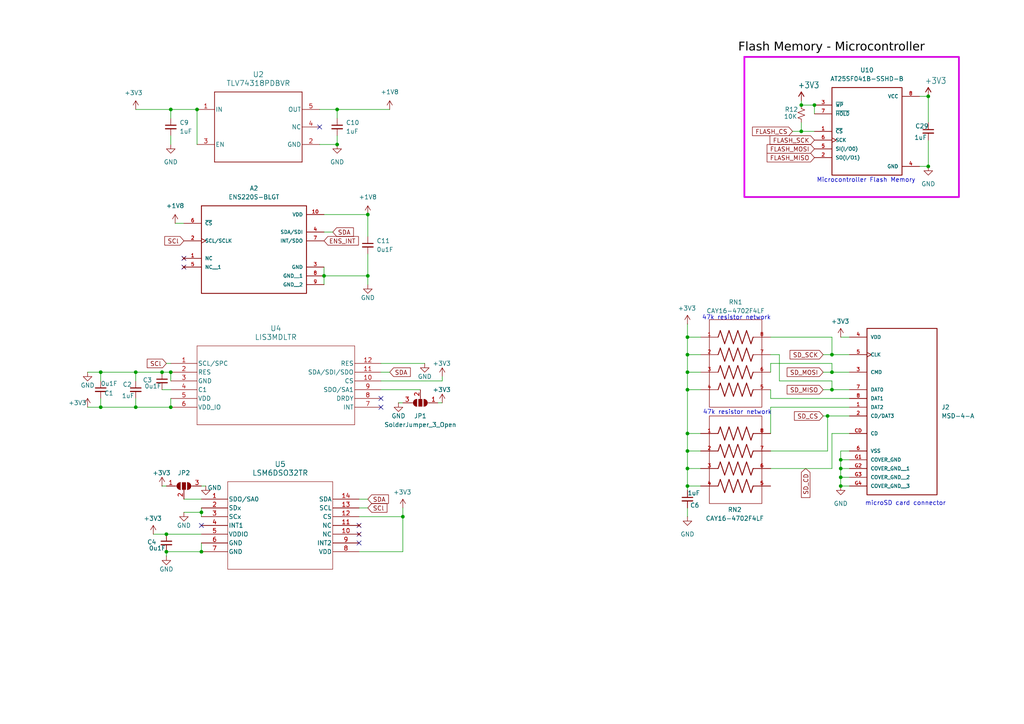
<source format=kicad_sch>
(kicad_sch
	(version 20250114)
	(generator "eeschema")
	(generator_version "9.0")
	(uuid "094e47df-3975-4791-beb4-5cdf4dad60b5")
	(paper "A4")
	(lib_symbols
		(symbol "Cosmos Schematic Symbols:AT25SF041B-SSHD-B"
			(pin_names
				(offset 1.016)
			)
			(exclude_from_sim no)
			(in_bom yes)
			(on_board yes)
			(property "Reference" "U"
				(at -5.334 16.764 0)
				(effects
					(font
						(size 1.27 1.27)
					)
					(justify left bottom)
				)
			)
			(property "Value" "AT25SF041B-SSHD-B"
				(at -10.1614 -15.2427 0)
				(effects
					(font
						(size 1.27 1.27)
					)
					(justify left bottom)
				)
			)
			(property "Footprint" ""
				(at -0.762 -21.59 0)
				(effects
					(font
						(size 1.27 1.27)
					)
					(justify bottom)
					(hide yes)
				)
			)
			(property "Datasheet" ""
				(at 0 0 0)
				(effects
					(font
						(size 1.27 1.27)
					)
					(hide yes)
				)
			)
			(property "Description" ""
				(at 0 0 0)
				(effects
					(font
						(size 1.27 1.27)
					)
					(hide yes)
				)
			)
			(property "DigiKey_Part_Number" ""
				(at 0 0 0)
				(effects
					(font
						(size 1.27 1.27)
					)
					(justify bottom)
					(hide yes)
				)
			)
			(property "SnapEDA_Link" " "
				(at 3.302 -18.288 0)
				(effects
					(font
						(size 1.27 1.27)
					)
					(justify bottom)
					(hide yes)
				)
			)
			(property "MAXIMUM_PACKAGE_HEIGHT" ""
				(at 24.384 -3.556 0)
				(effects
					(font
						(size 1.27 1.27)
					)
					(justify bottom)
					(hide yes)
				)
			)
			(property "Package" ""
				(at 0.508 16.256 0)
				(effects
					(font
						(size 1.27 1.27)
					)
					(justify bottom)
					(hide yes)
				)
			)
			(property "Check_prices" ""
				(at -2.54 -19.304 0)
				(effects
					(font
						(size 1.27 1.27)
					)
					(justify bottom)
					(hide yes)
				)
			)
			(property "STANDARD" ""
				(at -0.508 19.304 0)
				(effects
					(font
						(size 1.27 1.27)
					)
					(justify bottom)
					(hide yes)
				)
			)
			(property "PARTREV" "G"
				(at 0 0 0)
				(effects
					(font
						(size 1.27 1.27)
					)
					(justify bottom)
					(hide yes)
				)
			)
			(property "MF" ""
				(at 28.194 5.588 0)
				(effects
					(font
						(size 1.27 1.27)
					)
					(justify bottom)
					(hide yes)
				)
			)
			(property "MP" "AT25SF041B-SSHD-B"
				(at 0.508 13.462 0)
				(effects
					(font
						(size 1.27 1.27)
					)
					(justify bottom)
					(hide yes)
				)
			)
			(property "Description_1" ""
				(at 1.778 20.574 0)
				(effects
					(font
						(size 1.27 1.27)
					)
					(justify bottom)
					(hide yes)
				)
			)
			(property "MANUFACTURER" ""
				(at 42.672 3.556 0)
				(effects
					(font
						(size 1.27 1.27)
					)
					(justify bottom)
					(hide yes)
				)
			)
			(symbol "AT25SF041B-SSHD-B_0_0"
				(pin input line
					(at -15.24 7.62 0)
					(length 5.08)
					(name "~{WP}"
						(effects
							(font
								(size 1.016 1.016)
							)
						)
					)
					(number "3"
						(effects
							(font
								(size 1.016 1.016)
							)
						)
					)
				)
				(pin input line
					(at -15.24 5.08 0)
					(length 5.08)
					(name "~{HOLD}"
						(effects
							(font
								(size 1.016 1.016)
							)
						)
					)
					(number "7"
						(effects
							(font
								(size 1.016 1.016)
							)
						)
					)
				)
				(pin input line
					(at -15.24 0 0)
					(length 5.08)
					(name "~{CS}"
						(effects
							(font
								(size 1.016 1.016)
							)
						)
					)
					(number "1"
						(effects
							(font
								(size 1.016 1.016)
							)
						)
					)
				)
				(pin input clock
					(at -15.24 -2.54 0)
					(length 5.08)
					(name "SCK"
						(effects
							(font
								(size 1.016 1.016)
							)
						)
					)
					(number "6"
						(effects
							(font
								(size 1.016 1.016)
							)
						)
					)
				)
				(pin bidirectional line
					(at -15.24 -5.08 0)
					(length 5.08)
					(name "SI(I/O0)"
						(effects
							(font
								(size 1.016 1.016)
							)
						)
					)
					(number "5"
						(effects
							(font
								(size 1.016 1.016)
							)
						)
					)
				)
				(pin bidirectional line
					(at -15.24 -7.62 0)
					(length 5.08)
					(name "SO(I/O1)"
						(effects
							(font
								(size 1.016 1.016)
							)
						)
					)
					(number "2"
						(effects
							(font
								(size 1.016 1.016)
							)
						)
					)
				)
				(pin power_in line
					(at 15.24 10.16 180)
					(length 5.08)
					(name "VCC"
						(effects
							(font
								(size 1.016 1.016)
							)
						)
					)
					(number "8"
						(effects
							(font
								(size 1.016 1.016)
							)
						)
					)
				)
				(pin power_in line
					(at 15.24 -10.16 180)
					(length 5.08)
					(name "GND"
						(effects
							(font
								(size 1.016 1.016)
							)
						)
					)
					(number "4"
						(effects
							(font
								(size 1.016 1.016)
							)
						)
					)
				)
			)
			(symbol "AT25SF041B-SSHD-B_1_0"
				(rectangle
					(start -10.16 12.7)
					(end 10.16 -12.7)
					(stroke
						(width 0.254)
						(type default)
					)
					(fill
						(type none)
					)
				)
			)
			(embedded_fonts no)
		)
		(symbol "Cosmos Schematic Symbols:CAY16-4702F4LF"
			(pin_names
				(offset 1.016)
			)
			(exclude_from_sim no)
			(in_bom yes)
			(on_board yes)
			(property "Reference" "RN"
				(at -6.8624 13.4635 0)
				(effects
					(font
						(size 1.27 1.27)
					)
					(justify left bottom)
				)
			)
			(property "Value" "CAY16-4702F4LF"
				(at -6.614 -15.7546 0)
				(effects
					(font
						(size 1.27 1.27)
					)
					(justify left bottom)
				)
			)
			(property "Footprint" "CAY16-4702F4LF:RESCAF80P320X160X60-8N"
				(at 0 16.51 0)
				(effects
					(font
						(size 1.27 1.27)
					)
					(justify bottom)
					(hide yes)
				)
			)
			(property "Datasheet" ""
				(at 0 0 0)
				(effects
					(font
						(size 1.27 1.27)
					)
					(hide yes)
				)
			)
			(property "Description" ""
				(at 0 0 0)
				(effects
					(font
						(size 1.27 1.27)
					)
					(hide yes)
				)
			)
			(property "STANDARD" ""
				(at 1.778 13.716 0)
				(effects
					(font
						(size 1.27 1.27)
					)
					(justify bottom)
					(hide yes)
				)
			)
			(property "MANUFACTURER" "Bourns"
				(at 0 -0.762 0)
				(effects
					(font
						(size 1.27 1.27)
					)
					(justify bottom)
					(hide yes)
				)
			)
			(symbol "CAY16-4702F4LF_0_0"
				(polyline
					(pts
						(xy -5.08 7.62) (xy -4.445 9.525)
					)
					(stroke
						(width 0.254)
						(type default)
					)
					(fill
						(type none)
					)
				)
				(polyline
					(pts
						(xy -5.08 2.54) (xy -4.445 4.445)
					)
					(stroke
						(width 0.254)
						(type default)
					)
					(fill
						(type none)
					)
				)
				(polyline
					(pts
						(xy -5.08 -2.54) (xy -4.445 -0.635)
					)
					(stroke
						(width 0.254)
						(type default)
					)
					(fill
						(type none)
					)
				)
				(polyline
					(pts
						(xy -5.08 -7.62) (xy -4.445 -5.715)
					)
					(stroke
						(width 0.254)
						(type default)
					)
					(fill
						(type none)
					)
				)
				(polyline
					(pts
						(xy -4.445 9.525) (xy -3.175 5.715)
					)
					(stroke
						(width 0.254)
						(type default)
					)
					(fill
						(type none)
					)
				)
				(polyline
					(pts
						(xy -4.445 4.445) (xy -3.175 0.635)
					)
					(stroke
						(width 0.254)
						(type default)
					)
					(fill
						(type none)
					)
				)
				(polyline
					(pts
						(xy -4.445 -0.635) (xy -3.175 -4.445)
					)
					(stroke
						(width 0.254)
						(type default)
					)
					(fill
						(type none)
					)
				)
				(polyline
					(pts
						(xy -4.445 -5.715) (xy -3.175 -9.525)
					)
					(stroke
						(width 0.254)
						(type default)
					)
					(fill
						(type none)
					)
				)
				(polyline
					(pts
						(xy -3.175 5.715) (xy -1.905 9.525)
					)
					(stroke
						(width 0.254)
						(type default)
					)
					(fill
						(type none)
					)
				)
				(polyline
					(pts
						(xy -3.175 0.635) (xy -1.905 4.445)
					)
					(stroke
						(width 0.254)
						(type default)
					)
					(fill
						(type none)
					)
				)
				(polyline
					(pts
						(xy -3.175 -4.445) (xy -1.905 -0.635)
					)
					(stroke
						(width 0.254)
						(type default)
					)
					(fill
						(type none)
					)
				)
				(polyline
					(pts
						(xy -3.175 -9.525) (xy -1.905 -5.715)
					)
					(stroke
						(width 0.254)
						(type default)
					)
					(fill
						(type none)
					)
				)
				(polyline
					(pts
						(xy -1.905 9.525) (xy -0.635 5.715)
					)
					(stroke
						(width 0.254)
						(type default)
					)
					(fill
						(type none)
					)
				)
				(polyline
					(pts
						(xy -1.905 4.445) (xy -0.635 0.635)
					)
					(stroke
						(width 0.254)
						(type default)
					)
					(fill
						(type none)
					)
				)
				(polyline
					(pts
						(xy -1.905 -0.635) (xy -0.635 -4.445)
					)
					(stroke
						(width 0.254)
						(type default)
					)
					(fill
						(type none)
					)
				)
				(polyline
					(pts
						(xy -1.905 -5.715) (xy -0.635 -9.525)
					)
					(stroke
						(width 0.254)
						(type default)
					)
					(fill
						(type none)
					)
				)
				(polyline
					(pts
						(xy -0.635 5.715) (xy 0.635 9.525)
					)
					(stroke
						(width 0.254)
						(type default)
					)
					(fill
						(type none)
					)
				)
				(polyline
					(pts
						(xy -0.635 0.635) (xy 0.635 4.445)
					)
					(stroke
						(width 0.254)
						(type default)
					)
					(fill
						(type none)
					)
				)
				(polyline
					(pts
						(xy -0.635 -4.445) (xy 0.635 -0.635)
					)
					(stroke
						(width 0.254)
						(type default)
					)
					(fill
						(type none)
					)
				)
				(polyline
					(pts
						(xy -0.635 -9.525) (xy 0.635 -5.715)
					)
					(stroke
						(width 0.254)
						(type default)
					)
					(fill
						(type none)
					)
				)
				(polyline
					(pts
						(xy 0.635 9.525) (xy 1.905 5.715)
					)
					(stroke
						(width 0.254)
						(type default)
					)
					(fill
						(type none)
					)
				)
				(polyline
					(pts
						(xy 0.635 4.445) (xy 1.905 0.635)
					)
					(stroke
						(width 0.254)
						(type default)
					)
					(fill
						(type none)
					)
				)
				(polyline
					(pts
						(xy 0.635 -0.635) (xy 1.905 -4.445)
					)
					(stroke
						(width 0.254)
						(type default)
					)
					(fill
						(type none)
					)
				)
				(polyline
					(pts
						(xy 0.635 -5.715) (xy 1.905 -9.525)
					)
					(stroke
						(width 0.254)
						(type default)
					)
					(fill
						(type none)
					)
				)
				(polyline
					(pts
						(xy 1.905 5.715) (xy 3.175 9.525)
					)
					(stroke
						(width 0.254)
						(type default)
					)
					(fill
						(type none)
					)
				)
				(polyline
					(pts
						(xy 1.905 0.635) (xy 3.175 4.445)
					)
					(stroke
						(width 0.254)
						(type default)
					)
					(fill
						(type none)
					)
				)
				(polyline
					(pts
						(xy 1.905 -4.445) (xy 3.175 -0.635)
					)
					(stroke
						(width 0.254)
						(type default)
					)
					(fill
						(type none)
					)
				)
				(polyline
					(pts
						(xy 1.905 -9.525) (xy 3.175 -5.715)
					)
					(stroke
						(width 0.254)
						(type default)
					)
					(fill
						(type none)
					)
				)
				(polyline
					(pts
						(xy 3.175 9.525) (xy 4.445 5.715)
					)
					(stroke
						(width 0.254)
						(type default)
					)
					(fill
						(type none)
					)
				)
				(polyline
					(pts
						(xy 3.175 4.445) (xy 4.445 0.635)
					)
					(stroke
						(width 0.254)
						(type default)
					)
					(fill
						(type none)
					)
				)
				(polyline
					(pts
						(xy 3.175 -0.635) (xy 4.445 -4.445)
					)
					(stroke
						(width 0.254)
						(type default)
					)
					(fill
						(type none)
					)
				)
				(polyline
					(pts
						(xy 3.175 -5.715) (xy 4.445 -9.525)
					)
					(stroke
						(width 0.254)
						(type default)
					)
					(fill
						(type none)
					)
				)
				(polyline
					(pts
						(xy 4.445 5.715) (xy 5.08 7.62)
					)
					(stroke
						(width 0.254)
						(type default)
					)
					(fill
						(type none)
					)
				)
				(polyline
					(pts
						(xy 4.445 0.635) (xy 5.08 2.54)
					)
					(stroke
						(width 0.254)
						(type default)
					)
					(fill
						(type none)
					)
				)
				(polyline
					(pts
						(xy 4.445 -4.445) (xy 5.08 -2.54)
					)
					(stroke
						(width 0.254)
						(type default)
					)
					(fill
						(type none)
					)
				)
				(polyline
					(pts
						(xy 4.445 -9.525) (xy 5.08 -7.62)
					)
					(stroke
						(width 0.254)
						(type default)
					)
					(fill
						(type none)
					)
				)
				(pin passive line
					(at -10.16 7.62 0)
					(length 5.08)
					(name "~"
						(effects
							(font
								(size 1.016 1.016)
							)
						)
					)
					(number "1"
						(effects
							(font
								(size 1.016 1.016)
							)
						)
					)
				)
				(pin passive line
					(at -10.16 2.54 0)
					(length 5.08)
					(name "~"
						(effects
							(font
								(size 1.016 1.016)
							)
						)
					)
					(number "2"
						(effects
							(font
								(size 1.016 1.016)
							)
						)
					)
				)
				(pin passive line
					(at -10.16 -2.54 0)
					(length 5.08)
					(name "~"
						(effects
							(font
								(size 1.016 1.016)
							)
						)
					)
					(number "3"
						(effects
							(font
								(size 1.016 1.016)
							)
						)
					)
				)
				(pin passive line
					(at -10.16 -7.62 0)
					(length 5.08)
					(name "~"
						(effects
							(font
								(size 1.016 1.016)
							)
						)
					)
					(number "4"
						(effects
							(font
								(size 1.016 1.016)
							)
						)
					)
				)
				(pin passive line
					(at 10.16 7.62 180)
					(length 5.08)
					(name "~"
						(effects
							(font
								(size 1.016 1.016)
							)
						)
					)
					(number "8"
						(effects
							(font
								(size 1.016 1.016)
							)
						)
					)
				)
				(pin passive line
					(at 10.16 2.54 180)
					(length 5.08)
					(name "~"
						(effects
							(font
								(size 1.016 1.016)
							)
						)
					)
					(number "7"
						(effects
							(font
								(size 1.016 1.016)
							)
						)
					)
				)
				(pin passive line
					(at 10.16 -2.54 180)
					(length 5.08)
					(name "~"
						(effects
							(font
								(size 1.016 1.016)
							)
						)
					)
					(number "6"
						(effects
							(font
								(size 1.016 1.016)
							)
						)
					)
				)
				(pin passive line
					(at 10.16 -7.62 180)
					(length 5.08)
					(name "~"
						(effects
							(font
								(size 1.016 1.016)
							)
						)
					)
					(number "5"
						(effects
							(font
								(size 1.016 1.016)
							)
						)
					)
				)
			)
			(symbol "CAY16-4702F4LF_1_0"
				(rectangle
					(start -7.62 12.7)
					(end 7.62 -12.7)
					(stroke
						(width 0.1524)
						(type default)
					)
					(fill
						(type none)
					)
				)
			)
			(embedded_fonts no)
		)
		(symbol "Cosmos Schematic Symbols:ENS220S-BLGT"
			(pin_names
				(offset 1.016)
			)
			(exclude_from_sim no)
			(in_bom yes)
			(on_board yes)
			(property "Reference" "A"
				(at -15.24 11.43 0)
				(effects
					(font
						(size 1.27 1.27)
					)
					(justify left bottom)
				)
			)
			(property "Value" "ENS220S-BLGT"
				(at -15.24 -17.78 0)
				(effects
					(font
						(size 1.27 1.27)
					)
					(justify left bottom)
				)
			)
			(property "Footprint" "ENS220S-BLGT:XDCR_ENS220S-BLGT"
				(at 0.508 14.224 0)
				(effects
					(font
						(size 1.27 1.27)
					)
					(justify bottom)
					(hide yes)
				)
			)
			(property "Datasheet" ""
				(at 0 0 0)
				(effects
					(font
						(size 1.27 1.27)
					)
					(hide yes)
				)
			)
			(property "Description" ""
				(at 0 0 0)
				(effects
					(font
						(size 1.27 1.27)
					)
					(hide yes)
				)
			)
			(property "PARTREV" ""
				(at 13.97 13.97 0)
				(effects
					(font
						(size 1.27 1.27)
					)
					(justify bottom)
					(hide yes)
				)
			)
			(property "STANDARD" ""
				(at -2.794 17.526 0)
				(effects
					(font
						(size 1.27 1.27)
					)
					(justify bottom)
					(hide yes)
				)
			)
			(property "MAXIMUM_PACKAGE_HEIGHT" ""
				(at 0.254 11.176 0)
				(effects
					(font
						(size 1.27 1.27)
					)
					(justify bottom)
					(hide yes)
				)
			)
			(property "MANUFACTURER" "ScioSense"
				(at 0.762 11.43 0)
				(effects
					(font
						(size 1.27 1.27)
					)
					(justify bottom)
					(hide yes)
				)
			)
			(symbol "ENS220S-BLGT_0_0"
				(pin input line
					(at -20.32 5.08 0)
					(length 5.08)
					(name "~{CS}"
						(effects
							(font
								(size 1.016 1.016)
							)
						)
					)
					(number "6"
						(effects
							(font
								(size 1.016 1.016)
							)
						)
					)
				)
				(pin input clock
					(at -20.32 0 0)
					(length 5.08)
					(name "SCL/SCLK"
						(effects
							(font
								(size 1.016 1.016)
							)
						)
					)
					(number "2"
						(effects
							(font
								(size 1.016 1.016)
							)
						)
					)
				)
				(pin no_connect line
					(at -20.32 -5.08 0)
					(length 5.08)
					(name "NC"
						(effects
							(font
								(size 1.016 1.016)
							)
						)
					)
					(number "1"
						(effects
							(font
								(size 1.016 1.016)
							)
						)
					)
				)
				(pin no_connect line
					(at -20.32 -7.62 0)
					(length 5.08)
					(name "NC__1"
						(effects
							(font
								(size 1.016 1.016)
							)
						)
					)
					(number "5"
						(effects
							(font
								(size 1.016 1.016)
							)
						)
					)
				)
				(pin power_in line
					(at 20.32 7.62 180)
					(length 5.08)
					(name "VDD"
						(effects
							(font
								(size 1.016 1.016)
							)
						)
					)
					(number "10"
						(effects
							(font
								(size 1.016 1.016)
							)
						)
					)
				)
				(pin bidirectional line
					(at 20.32 2.54 180)
					(length 5.08)
					(name "SDA/SDI"
						(effects
							(font
								(size 1.016 1.016)
							)
						)
					)
					(number "4"
						(effects
							(font
								(size 1.016 1.016)
							)
						)
					)
				)
				(pin output line
					(at 20.32 0 180)
					(length 5.08)
					(name "INT/SDO"
						(effects
							(font
								(size 1.016 1.016)
							)
						)
					)
					(number "7"
						(effects
							(font
								(size 1.016 1.016)
							)
						)
					)
				)
				(pin power_in line
					(at 20.32 -7.62 180)
					(length 5.08)
					(name "GND"
						(effects
							(font
								(size 1.016 1.016)
							)
						)
					)
					(number "3"
						(effects
							(font
								(size 1.016 1.016)
							)
						)
					)
				)
				(pin power_in line
					(at 20.32 -10.16 180)
					(length 5.08)
					(name "GND__1"
						(effects
							(font
								(size 1.016 1.016)
							)
						)
					)
					(number "8"
						(effects
							(font
								(size 1.016 1.016)
							)
						)
					)
				)
				(pin power_in line
					(at 20.32 -12.7 180)
					(length 5.08)
					(name "GND__2"
						(effects
							(font
								(size 1.016 1.016)
							)
						)
					)
					(number "9"
						(effects
							(font
								(size 1.016 1.016)
							)
						)
					)
				)
			)
			(symbol "ENS220S-BLGT_1_0"
				(rectangle
					(start -15.24 10.16)
					(end 15.24 -15.24)
					(stroke
						(width 0.254)
						(type default)
					)
					(fill
						(type none)
					)
				)
			)
			(embedded_fonts no)
		)
		(symbol "Cosmos Schematic Symbols:LIS3MDLTR"
			(pin_names
				(offset 0.254)
			)
			(exclude_from_sim no)
			(in_bom yes)
			(on_board yes)
			(property "Reference" "U"
				(at 30.48 10.16 0)
				(effects
					(font
						(size 1.524 1.524)
					)
				)
			)
			(property "Value" "LIS3MDLTR"
				(at 30.48 7.62 0)
				(effects
					(font
						(size 1.524 1.524)
					)
				)
			)
			(property "Footprint" "LGA-12_2X2X1_STM"
				(at 30.734 -16.002 0)
				(effects
					(font
						(size 1.27 1.27)
						(italic yes)
					)
					(hide yes)
				)
			)
			(property "Datasheet" "LIS3MDLTR"
				(at 30.734 3.048 0)
				(effects
					(font
						(size 1.27 1.27)
						(italic yes)
					)
					(hide yes)
				)
			)
			(property "Description" ""
				(at 0 0 0)
				(effects
					(font
						(size 1.27 1.27)
					)
					(hide yes)
				)
			)
			(property "ki_locked" ""
				(at 0 0 0)
				(effects
					(font
						(size 1.27 1.27)
					)
				)
			)
			(property "ki_keywords" "LIS3MDLTR"
				(at 0 0 0)
				(effects
					(font
						(size 1.27 1.27)
					)
					(hide yes)
				)
			)
			(property "ki_fp_filters" "LGA-12_2X2X1_STM"
				(at 0 0 0)
				(effects
					(font
						(size 1.27 1.27)
					)
					(hide yes)
				)
			)
			(symbol "LIS3MDLTR_0_1"
				(polyline
					(pts
						(xy 7.62 5.08) (xy 7.62 -17.78)
					)
					(stroke
						(width 0.127)
						(type default)
					)
					(fill
						(type none)
					)
				)
				(polyline
					(pts
						(xy 7.62 -17.78) (xy 53.34 -17.78)
					)
					(stroke
						(width 0.127)
						(type default)
					)
					(fill
						(type none)
					)
				)
				(polyline
					(pts
						(xy 53.34 5.08) (xy 7.62 5.08)
					)
					(stroke
						(width 0.127)
						(type default)
					)
					(fill
						(type none)
					)
				)
				(polyline
					(pts
						(xy 53.34 -17.78) (xy 53.34 5.08)
					)
					(stroke
						(width 0.127)
						(type default)
					)
					(fill
						(type none)
					)
				)
				(pin bidirectional line
					(at 0 0 0)
					(length 7.62)
					(name "SCL/SPC"
						(effects
							(font
								(size 1.27 1.27)
							)
						)
					)
					(number "1"
						(effects
							(font
								(size 1.27 1.27)
							)
						)
					)
				)
				(pin unspecified line
					(at 0 -2.54 0)
					(length 7.62)
					(name "RES"
						(effects
							(font
								(size 1.27 1.27)
							)
						)
					)
					(number "2"
						(effects
							(font
								(size 1.27 1.27)
							)
						)
					)
				)
				(pin power_in line
					(at 0 -5.08 0)
					(length 7.62)
					(name "GND"
						(effects
							(font
								(size 1.27 1.27)
							)
						)
					)
					(number "3"
						(effects
							(font
								(size 1.27 1.27)
							)
						)
					)
				)
				(pin unspecified line
					(at 0 -7.62 0)
					(length 7.62)
					(name "C1"
						(effects
							(font
								(size 1.27 1.27)
							)
						)
					)
					(number "4"
						(effects
							(font
								(size 1.27 1.27)
							)
						)
					)
				)
				(pin power_in line
					(at 0 -10.16 0)
					(length 7.62)
					(name "VDD"
						(effects
							(font
								(size 1.27 1.27)
							)
						)
					)
					(number "5"
						(effects
							(font
								(size 1.27 1.27)
							)
						)
					)
				)
				(pin power_in line
					(at 0 -12.7 0)
					(length 7.62)
					(name "VDD_IO"
						(effects
							(font
								(size 1.27 1.27)
							)
						)
					)
					(number "6"
						(effects
							(font
								(size 1.27 1.27)
							)
						)
					)
				)
				(pin unspecified line
					(at 60.96 0 180)
					(length 7.62)
					(name "RES"
						(effects
							(font
								(size 1.27 1.27)
							)
						)
					)
					(number "12"
						(effects
							(font
								(size 1.27 1.27)
							)
						)
					)
				)
				(pin bidirectional line
					(at 60.96 -2.54 180)
					(length 7.62)
					(name "SDA/SDI/SDO"
						(effects
							(font
								(size 1.27 1.27)
							)
						)
					)
					(number "11"
						(effects
							(font
								(size 1.27 1.27)
							)
						)
					)
				)
				(pin bidirectional line
					(at 60.96 -5.08 180)
					(length 7.62)
					(name "CS"
						(effects
							(font
								(size 1.27 1.27)
							)
						)
					)
					(number "10"
						(effects
							(font
								(size 1.27 1.27)
							)
						)
					)
				)
				(pin bidirectional line
					(at 60.96 -7.62 180)
					(length 7.62)
					(name "SDO/SA1"
						(effects
							(font
								(size 1.27 1.27)
							)
						)
					)
					(number "9"
						(effects
							(font
								(size 1.27 1.27)
							)
						)
					)
				)
				(pin unspecified line
					(at 60.96 -10.16 180)
					(length 7.62)
					(name "DRDY"
						(effects
							(font
								(size 1.27 1.27)
							)
						)
					)
					(number "8"
						(effects
							(font
								(size 1.27 1.27)
							)
						)
					)
				)
				(pin unspecified line
					(at 60.96 -12.7 180)
					(length 7.62)
					(name "INT"
						(effects
							(font
								(size 1.27 1.27)
							)
						)
					)
					(number "7"
						(effects
							(font
								(size 1.27 1.27)
							)
						)
					)
				)
			)
			(embedded_fonts no)
		)
		(symbol "Cosmos Schematic Symbols:LSM6DSO32TR"
			(pin_names
				(offset 0.254)
			)
			(exclude_from_sim no)
			(in_bom yes)
			(on_board yes)
			(property "Reference" "U"
				(at 22.86 10.16 0)
				(effects
					(font
						(size 1.524 1.524)
					)
				)
			)
			(property "Value" "LSM6DSO32TR"
				(at 22.86 7.62 0)
				(effects
					(font
						(size 1.524 1.524)
					)
				)
			)
			(property "Footprint" "LGA-14L_2P5X3X0P83_STM"
				(at 23.114 -18.796 0)
				(effects
					(font
						(size 1.27 1.27)
						(italic yes)
					)
					(hide yes)
				)
			)
			(property "Datasheet" "LSM6DSO32TR"
				(at 22.86 3.302 0)
				(effects
					(font
						(size 1.27 1.27)
						(italic yes)
					)
					(hide yes)
				)
			)
			(property "Description" ""
				(at 0 0 0)
				(effects
					(font
						(size 1.27 1.27)
					)
					(hide yes)
				)
			)
			(property "ki_locked" ""
				(at 0 0 0)
				(effects
					(font
						(size 1.27 1.27)
					)
				)
			)
			(property "ki_keywords" "LSM6DSO32TR"
				(at 0 0 0)
				(effects
					(font
						(size 1.27 1.27)
					)
					(hide yes)
				)
			)
			(property "ki_fp_filters" "LGA-14L_2P5X3X0P83_STM LGA-14L_2P5X3X0P83_STM-M LGA-14L_2P5X3X0P83_STM-L"
				(at 0 0 0)
				(effects
					(font
						(size 1.27 1.27)
					)
					(hide yes)
				)
			)
			(symbol "LSM6DSO32TR_0_1"
				(polyline
					(pts
						(xy 7.62 5.08) (xy 7.62 -20.32)
					)
					(stroke
						(width 0.127)
						(type default)
					)
					(fill
						(type none)
					)
				)
				(polyline
					(pts
						(xy 7.62 -20.32) (xy 38.1 -20.32)
					)
					(stroke
						(width 0.127)
						(type default)
					)
					(fill
						(type none)
					)
				)
				(polyline
					(pts
						(xy 38.1 5.08) (xy 7.62 5.08)
					)
					(stroke
						(width 0.127)
						(type default)
					)
					(fill
						(type none)
					)
				)
				(polyline
					(pts
						(xy 38.1 -20.32) (xy 38.1 5.08)
					)
					(stroke
						(width 0.127)
						(type default)
					)
					(fill
						(type none)
					)
				)
				(pin bidirectional line
					(at 0 0 0)
					(length 7.62)
					(name "SDO/SA0"
						(effects
							(font
								(size 1.27 1.27)
							)
						)
					)
					(number "1"
						(effects
							(font
								(size 1.27 1.27)
							)
						)
					)
				)
				(pin unspecified line
					(at 0 -2.54 0)
					(length 7.62)
					(name "SDx"
						(effects
							(font
								(size 1.27 1.27)
							)
						)
					)
					(number "2"
						(effects
							(font
								(size 1.27 1.27)
							)
						)
					)
				)
				(pin unspecified line
					(at 0 -5.08 0)
					(length 7.62)
					(name "SCx"
						(effects
							(font
								(size 1.27 1.27)
							)
						)
					)
					(number "3"
						(effects
							(font
								(size 1.27 1.27)
							)
						)
					)
				)
				(pin output line
					(at 0 -7.62 0)
					(length 7.62)
					(name "INT1"
						(effects
							(font
								(size 1.27 1.27)
							)
						)
					)
					(number "4"
						(effects
							(font
								(size 1.27 1.27)
							)
						)
					)
				)
				(pin power_in line
					(at 0 -10.16 0)
					(length 7.62)
					(name "VDDIO"
						(effects
							(font
								(size 1.27 1.27)
							)
						)
					)
					(number "5"
						(effects
							(font
								(size 1.27 1.27)
							)
						)
					)
				)
				(pin power_out line
					(at 0 -12.7 0)
					(length 7.62)
					(name "GND"
						(effects
							(font
								(size 1.27 1.27)
							)
						)
					)
					(number "6"
						(effects
							(font
								(size 1.27 1.27)
							)
						)
					)
				)
				(pin power_out line
					(at 0 -15.24 0)
					(length 7.62)
					(name "GND"
						(effects
							(font
								(size 1.27 1.27)
							)
						)
					)
					(number "7"
						(effects
							(font
								(size 1.27 1.27)
							)
						)
					)
				)
				(pin bidirectional line
					(at 45.72 0 180)
					(length 7.62)
					(name "SDA"
						(effects
							(font
								(size 1.27 1.27)
							)
						)
					)
					(number "14"
						(effects
							(font
								(size 1.27 1.27)
							)
						)
					)
				)
				(pin input line
					(at 45.72 -2.54 180)
					(length 7.62)
					(name "SCL"
						(effects
							(font
								(size 1.27 1.27)
							)
						)
					)
					(number "13"
						(effects
							(font
								(size 1.27 1.27)
							)
						)
					)
				)
				(pin input line
					(at 45.72 -5.08 180)
					(length 7.62)
					(name "CS"
						(effects
							(font
								(size 1.27 1.27)
							)
						)
					)
					(number "12"
						(effects
							(font
								(size 1.27 1.27)
							)
						)
					)
				)
				(pin no_connect line
					(at 45.72 -7.62 180)
					(length 7.62)
					(name "NC"
						(effects
							(font
								(size 1.27 1.27)
							)
						)
					)
					(number "11"
						(effects
							(font
								(size 1.27 1.27)
							)
						)
					)
				)
				(pin no_connect line
					(at 45.72 -10.16 180)
					(length 7.62)
					(name "NC"
						(effects
							(font
								(size 1.27 1.27)
							)
						)
					)
					(number "10"
						(effects
							(font
								(size 1.27 1.27)
							)
						)
					)
				)
				(pin output line
					(at 45.72 -12.7 180)
					(length 7.62)
					(name "INT2"
						(effects
							(font
								(size 1.27 1.27)
							)
						)
					)
					(number "9"
						(effects
							(font
								(size 1.27 1.27)
							)
						)
					)
				)
				(pin power_in line
					(at 45.72 -15.24 180)
					(length 7.62)
					(name "VDD"
						(effects
							(font
								(size 1.27 1.27)
							)
						)
					)
					(number "8"
						(effects
							(font
								(size 1.27 1.27)
							)
						)
					)
				)
			)
			(embedded_fonts no)
		)
		(symbol "Cosmos Schematic Symbols:MSD-4-A"
			(pin_names
				(offset 1.016)
			)
			(exclude_from_sim no)
			(in_bom yes)
			(on_board yes)
			(property "Reference" "J"
				(at -10.16 21.082 0)
				(effects
					(font
						(size 1.27 1.27)
					)
					(justify left bottom)
				)
			)
			(property "Value" "MSD-4-A"
				(at -10.16 -30.48 0)
				(effects
					(font
						(size 1.27 1.27)
					)
					(justify left bottom)
				)
			)
			(property "Footprint" "MSD-4-A:CUI_MSD-4-A"
				(at -0.762 14.986 0)
				(effects
					(font
						(size 1.27 1.27)
					)
					(justify bottom)
					(hide yes)
				)
			)
			(property "Datasheet" ""
				(at 0 0 0)
				(effects
					(font
						(size 1.27 1.27)
					)
					(hide yes)
				)
			)
			(property "Description" ""
				(at 0 0 0)
				(effects
					(font
						(size 1.27 1.27)
					)
					(hide yes)
				)
			)
			(property "PARTREV" ""
				(at 0.254 15.748 0)
				(effects
					(font
						(size 1.27 1.27)
					)
					(justify bottom)
					(hide yes)
				)
			)
			(property "STANDARD" ""
				(at -0.508 23.876 0)
				(effects
					(font
						(size 1.27 1.27)
					)
					(justify bottom)
					(hide yes)
				)
			)
			(property "MAXIMUM_PACKAGE_HEIGHT" ""
				(at 0.254 12.7 0)
				(effects
					(font
						(size 1.27 1.27)
					)
					(justify bottom)
					(hide yes)
				)
			)
			(property "MANUFACTURER" "CUI Devices"
				(at 0.762 18.288 0)
				(effects
					(font
						(size 1.27 1.27)
					)
					(justify bottom)
					(hide yes)
				)
			)
			(symbol "MSD-4-A_0_0"
				(pin power_in line
					(at -15.24 17.78 0)
					(length 5.08)
					(name "VDD"
						(effects
							(font
								(size 1.016 1.016)
							)
						)
					)
					(number "4"
						(effects
							(font
								(size 1.016 1.016)
							)
						)
					)
				)
				(pin input clock
					(at -15.24 12.7 0)
					(length 5.08)
					(name "CLK"
						(effects
							(font
								(size 1.016 1.016)
							)
						)
					)
					(number "5"
						(effects
							(font
								(size 1.016 1.016)
							)
						)
					)
				)
				(pin bidirectional line
					(at -15.24 7.62 0)
					(length 5.08)
					(name "CMD"
						(effects
							(font
								(size 1.016 1.016)
							)
						)
					)
					(number "3"
						(effects
							(font
								(size 1.016 1.016)
							)
						)
					)
				)
				(pin bidirectional line
					(at -15.24 2.54 0)
					(length 5.08)
					(name "DAT0"
						(effects
							(font
								(size 1.016 1.016)
							)
						)
					)
					(number "7"
						(effects
							(font
								(size 1.016 1.016)
							)
						)
					)
				)
				(pin bidirectional line
					(at -15.24 0 0)
					(length 5.08)
					(name "DAT1"
						(effects
							(font
								(size 1.016 1.016)
							)
						)
					)
					(number "8"
						(effects
							(font
								(size 1.016 1.016)
							)
						)
					)
				)
				(pin bidirectional line
					(at -15.24 -2.54 0)
					(length 5.08)
					(name "DAT2"
						(effects
							(font
								(size 1.016 1.016)
							)
						)
					)
					(number "1"
						(effects
							(font
								(size 1.016 1.016)
							)
						)
					)
				)
				(pin bidirectional line
					(at -15.24 -5.08 0)
					(length 5.08)
					(name "CD/DAT3"
						(effects
							(font
								(size 1.016 1.016)
							)
						)
					)
					(number "2"
						(effects
							(font
								(size 1.016 1.016)
							)
						)
					)
				)
				(pin passive line
					(at -15.24 -10.16 0)
					(length 5.08)
					(name "CD"
						(effects
							(font
								(size 1.016 1.016)
							)
						)
					)
					(number "CD"
						(effects
							(font
								(size 1.016 1.016)
							)
						)
					)
				)
				(pin power_in line
					(at -15.24 -15.24 0)
					(length 5.08)
					(name "VSS"
						(effects
							(font
								(size 1.016 1.016)
							)
						)
					)
					(number "6"
						(effects
							(font
								(size 1.016 1.016)
							)
						)
					)
				)
				(pin power_in line
					(at -15.24 -17.78 0)
					(length 5.08)
					(name "COVER_GND"
						(effects
							(font
								(size 1.016 1.016)
							)
						)
					)
					(number "G1"
						(effects
							(font
								(size 1.016 1.016)
							)
						)
					)
				)
				(pin power_in line
					(at -15.24 -20.32 0)
					(length 5.08)
					(name "COVER_GND__1"
						(effects
							(font
								(size 1.016 1.016)
							)
						)
					)
					(number "G2"
						(effects
							(font
								(size 1.016 1.016)
							)
						)
					)
				)
				(pin power_in line
					(at -15.24 -22.86 0)
					(length 5.08)
					(name "COVER_GND__2"
						(effects
							(font
								(size 1.016 1.016)
							)
						)
					)
					(number "G3"
						(effects
							(font
								(size 1.016 1.016)
							)
						)
					)
				)
				(pin power_in line
					(at -15.24 -25.4 0)
					(length 5.08)
					(name "COVER_GND__3"
						(effects
							(font
								(size 1.016 1.016)
							)
						)
					)
					(number "G4"
						(effects
							(font
								(size 1.016 1.016)
							)
						)
					)
				)
			)
			(symbol "MSD-4-A_1_0"
				(rectangle
					(start -10.16 20.32)
					(end 10.16 -27.94)
					(stroke
						(width 0.254)
						(type default)
					)
					(fill
						(type none)
					)
				)
			)
			(embedded_fonts no)
		)
		(symbol "Cosmos Schematic Symbols:TLV74318PDBVR"
			(pin_names
				(offset 0.254)
			)
			(exclude_from_sim no)
			(in_bom yes)
			(on_board yes)
			(property "Reference" "U"
				(at 0 -0.254 0)
				(effects
					(font
						(size 1.524 1.524)
					)
				)
			)
			(property "Value" "TLV74318PDBVR"
				(at 0 7.874 0)
				(effects
					(font
						(size 1.524 1.524)
					)
				)
			)
			(property "Footprint" ""
				(at 0.254 -4.318 0)
				(effects
					(font
						(size 1.27 1.27)
						(italic yes)
					)
					(hide yes)
				)
			)
			(property "Datasheet" "TLV74318PDBVR"
				(at -0.254 7.112 0)
				(effects
					(font
						(size 1.27 1.27)
						(italic yes)
					)
					(hide yes)
				)
			)
			(property "Description" ""
				(at 0 0 0)
				(effects
					(font
						(size 1.27 1.27)
					)
					(hide yes)
				)
			)
			(property "ki_locked" ""
				(at 0 0 0)
				(effects
					(font
						(size 1.27 1.27)
					)
				)
			)
			(property "ki_keywords" "TLV74318PDBVR"
				(at 0 0 0)
				(effects
					(font
						(size 1.27 1.27)
					)
					(hide yes)
				)
			)
			(property "ki_fp_filters" "DBV0005A_N DBV0005A_M DBV0005A_L"
				(at 0 0 0)
				(effects
					(font
						(size 1.27 1.27)
					)
					(hide yes)
				)
			)
			(symbol "TLV74318PDBVR_0_1"
				(polyline
					(pts
						(xy -12.7 10.16) (xy -12.7 -10.16)
					)
					(stroke
						(width 0.2032)
						(type default)
					)
					(fill
						(type none)
					)
				)
				(polyline
					(pts
						(xy -12.7 -10.16) (xy 12.7 -10.16)
					)
					(stroke
						(width 0.2032)
						(type default)
					)
					(fill
						(type none)
					)
				)
				(polyline
					(pts
						(xy 12.7 10.16) (xy -12.7 10.16)
					)
					(stroke
						(width 0.2032)
						(type default)
					)
					(fill
						(type none)
					)
				)
				(polyline
					(pts
						(xy 12.7 -10.16) (xy 12.7 10.16)
					)
					(stroke
						(width 0.2032)
						(type default)
					)
					(fill
						(type none)
					)
				)
				(pin power_in line
					(at -17.78 5.08 0)
					(length 5.08)
					(name "IN"
						(effects
							(font
								(size 1.27 1.27)
							)
						)
					)
					(number "1"
						(effects
							(font
								(size 1.27 1.27)
							)
						)
					)
				)
				(pin input line
					(at -17.78 -5.08 0)
					(length 5.08)
					(name "EN"
						(effects
							(font
								(size 1.27 1.27)
							)
						)
					)
					(number "3"
						(effects
							(font
								(size 1.27 1.27)
							)
						)
					)
				)
				(pin power_in line
					(at 17.78 5.08 180)
					(length 5.08)
					(name "OUT"
						(effects
							(font
								(size 1.27 1.27)
							)
						)
					)
					(number "5"
						(effects
							(font
								(size 1.27 1.27)
							)
						)
					)
				)
				(pin unspecified line
					(at 17.78 0 180)
					(length 5.08)
					(name "NC"
						(effects
							(font
								(size 1.27 1.27)
							)
						)
					)
					(number "4"
						(effects
							(font
								(size 1.27 1.27)
							)
						)
					)
				)
				(pin power_in line
					(at 17.78 -5.08 180)
					(length 5.08)
					(name "GND"
						(effects
							(font
								(size 1.27 1.27)
							)
						)
					)
					(number "2"
						(effects
							(font
								(size 1.27 1.27)
							)
						)
					)
				)
			)
			(embedded_fonts no)
		)
		(symbol "Device:C_Small"
			(pin_numbers
				(hide yes)
			)
			(pin_names
				(offset 0.254)
				(hide yes)
			)
			(exclude_from_sim no)
			(in_bom yes)
			(on_board yes)
			(property "Reference" "C"
				(at 0.254 1.778 0)
				(effects
					(font
						(size 1.27 1.27)
					)
					(justify left)
				)
			)
			(property "Value" "C_Small"
				(at 0.254 -2.032 0)
				(effects
					(font
						(size 1.27 1.27)
					)
					(justify left)
				)
			)
			(property "Footprint" ""
				(at 0 0 0)
				(effects
					(font
						(size 1.27 1.27)
					)
					(hide yes)
				)
			)
			(property "Datasheet" "~"
				(at 0 0 0)
				(effects
					(font
						(size 1.27 1.27)
					)
					(hide yes)
				)
			)
			(property "Description" "Unpolarized capacitor, small symbol"
				(at 0 0 0)
				(effects
					(font
						(size 1.27 1.27)
					)
					(hide yes)
				)
			)
			(property "ki_keywords" "capacitor cap"
				(at 0 0 0)
				(effects
					(font
						(size 1.27 1.27)
					)
					(hide yes)
				)
			)
			(property "ki_fp_filters" "C_*"
				(at 0 0 0)
				(effects
					(font
						(size 1.27 1.27)
					)
					(hide yes)
				)
			)
			(symbol "C_Small_0_1"
				(polyline
					(pts
						(xy -1.524 0.508) (xy 1.524 0.508)
					)
					(stroke
						(width 0.3048)
						(type default)
					)
					(fill
						(type none)
					)
				)
				(polyline
					(pts
						(xy -1.524 -0.508) (xy 1.524 -0.508)
					)
					(stroke
						(width 0.3302)
						(type default)
					)
					(fill
						(type none)
					)
				)
			)
			(symbol "C_Small_1_1"
				(pin passive line
					(at 0 2.54 270)
					(length 2.032)
					(name "~"
						(effects
							(font
								(size 1.27 1.27)
							)
						)
					)
					(number "1"
						(effects
							(font
								(size 1.27 1.27)
							)
						)
					)
				)
				(pin passive line
					(at 0 -2.54 90)
					(length 2.032)
					(name "~"
						(effects
							(font
								(size 1.27 1.27)
							)
						)
					)
					(number "2"
						(effects
							(font
								(size 1.27 1.27)
							)
						)
					)
				)
			)
			(embedded_fonts no)
		)
		(symbol "Device:R_Small_US"
			(pin_numbers
				(hide yes)
			)
			(pin_names
				(offset 0.254)
				(hide yes)
			)
			(exclude_from_sim no)
			(in_bom yes)
			(on_board yes)
			(property "Reference" "R"
				(at 0.762 0.508 0)
				(effects
					(font
						(size 1.27 1.27)
					)
					(justify left)
				)
			)
			(property "Value" "R_Small_US"
				(at 0.762 -1.016 0)
				(effects
					(font
						(size 1.27 1.27)
					)
					(justify left)
				)
			)
			(property "Footprint" ""
				(at 0 0 0)
				(effects
					(font
						(size 1.27 1.27)
					)
					(hide yes)
				)
			)
			(property "Datasheet" "~"
				(at 0 0 0)
				(effects
					(font
						(size 1.27 1.27)
					)
					(hide yes)
				)
			)
			(property "Description" "Resistor, small US symbol"
				(at 0 0 0)
				(effects
					(font
						(size 1.27 1.27)
					)
					(hide yes)
				)
			)
			(property "ki_keywords" "r resistor"
				(at 0 0 0)
				(effects
					(font
						(size 1.27 1.27)
					)
					(hide yes)
				)
			)
			(property "ki_fp_filters" "R_*"
				(at 0 0 0)
				(effects
					(font
						(size 1.27 1.27)
					)
					(hide yes)
				)
			)
			(symbol "R_Small_US_1_1"
				(polyline
					(pts
						(xy 0 1.524) (xy 1.016 1.143) (xy 0 0.762) (xy -1.016 0.381) (xy 0 0)
					)
					(stroke
						(width 0)
						(type default)
					)
					(fill
						(type none)
					)
				)
				(polyline
					(pts
						(xy 0 0) (xy 1.016 -0.381) (xy 0 -0.762) (xy -1.016 -1.143) (xy 0 -1.524)
					)
					(stroke
						(width 0)
						(type default)
					)
					(fill
						(type none)
					)
				)
				(pin passive line
					(at 0 2.54 270)
					(length 1.016)
					(name "~"
						(effects
							(font
								(size 1.27 1.27)
							)
						)
					)
					(number "1"
						(effects
							(font
								(size 1.27 1.27)
							)
						)
					)
				)
				(pin passive line
					(at 0 -2.54 90)
					(length 1.016)
					(name "~"
						(effects
							(font
								(size 1.27 1.27)
							)
						)
					)
					(number "2"
						(effects
							(font
								(size 1.27 1.27)
							)
						)
					)
				)
			)
			(embedded_fonts no)
		)
		(symbol "Jumper:SolderJumper_3_Open"
			(pin_names
				(offset 0)
				(hide yes)
			)
			(exclude_from_sim yes)
			(in_bom no)
			(on_board yes)
			(property "Reference" "JP"
				(at -2.54 -2.54 0)
				(effects
					(font
						(size 1.27 1.27)
					)
				)
			)
			(property "Value" "SolderJumper_3_Open"
				(at 0 2.794 0)
				(effects
					(font
						(size 1.27 1.27)
					)
				)
			)
			(property "Footprint" ""
				(at 0 0 0)
				(effects
					(font
						(size 1.27 1.27)
					)
					(hide yes)
				)
			)
			(property "Datasheet" "~"
				(at 0 0 0)
				(effects
					(font
						(size 1.27 1.27)
					)
					(hide yes)
				)
			)
			(property "Description" "Solder Jumper, 3-pole, open"
				(at 0 0 0)
				(effects
					(font
						(size 1.27 1.27)
					)
					(hide yes)
				)
			)
			(property "ki_keywords" "Solder Jumper SPDT"
				(at 0 0 0)
				(effects
					(font
						(size 1.27 1.27)
					)
					(hide yes)
				)
			)
			(property "ki_fp_filters" "SolderJumper*Open*"
				(at 0 0 0)
				(effects
					(font
						(size 1.27 1.27)
					)
					(hide yes)
				)
			)
			(symbol "SolderJumper_3_Open_0_1"
				(polyline
					(pts
						(xy -2.54 0) (xy -2.032 0)
					)
					(stroke
						(width 0)
						(type default)
					)
					(fill
						(type none)
					)
				)
				(polyline
					(pts
						(xy -1.016 1.016) (xy -1.016 -1.016)
					)
					(stroke
						(width 0)
						(type default)
					)
					(fill
						(type none)
					)
				)
				(arc
					(start -1.016 -1.016)
					(mid -2.0276 0)
					(end -1.016 1.016)
					(stroke
						(width 0)
						(type default)
					)
					(fill
						(type none)
					)
				)
				(arc
					(start -1.016 -1.016)
					(mid -2.0276 0)
					(end -1.016 1.016)
					(stroke
						(width 0)
						(type default)
					)
					(fill
						(type outline)
					)
				)
				(rectangle
					(start -0.508 1.016)
					(end 0.508 -1.016)
					(stroke
						(width 0)
						(type default)
					)
					(fill
						(type outline)
					)
				)
				(polyline
					(pts
						(xy 0 -1.27) (xy 0 -1.016)
					)
					(stroke
						(width 0)
						(type default)
					)
					(fill
						(type none)
					)
				)
				(arc
					(start 1.016 1.016)
					(mid 2.0276 0)
					(end 1.016 -1.016)
					(stroke
						(width 0)
						(type default)
					)
					(fill
						(type none)
					)
				)
				(arc
					(start 1.016 1.016)
					(mid 2.0276 0)
					(end 1.016 -1.016)
					(stroke
						(width 0)
						(type default)
					)
					(fill
						(type outline)
					)
				)
				(polyline
					(pts
						(xy 1.016 1.016) (xy 1.016 -1.016)
					)
					(stroke
						(width 0)
						(type default)
					)
					(fill
						(type none)
					)
				)
				(polyline
					(pts
						(xy 2.54 0) (xy 2.032 0)
					)
					(stroke
						(width 0)
						(type default)
					)
					(fill
						(type none)
					)
				)
			)
			(symbol "SolderJumper_3_Open_1_1"
				(pin passive line
					(at -5.08 0 0)
					(length 2.54)
					(name "A"
						(effects
							(font
								(size 1.27 1.27)
							)
						)
					)
					(number "1"
						(effects
							(font
								(size 1.27 1.27)
							)
						)
					)
				)
				(pin passive line
					(at 0 -3.81 90)
					(length 2.54)
					(name "C"
						(effects
							(font
								(size 1.27 1.27)
							)
						)
					)
					(number "2"
						(effects
							(font
								(size 1.27 1.27)
							)
						)
					)
				)
				(pin passive line
					(at 5.08 0 180)
					(length 2.54)
					(name "B"
						(effects
							(font
								(size 1.27 1.27)
							)
						)
					)
					(number "3"
						(effects
							(font
								(size 1.27 1.27)
							)
						)
					)
				)
			)
			(embedded_fonts no)
		)
		(symbol "SAMD51_Thing_Plus (1)-eagle-import:3.3V"
			(power)
			(exclude_from_sim no)
			(in_bom yes)
			(on_board yes)
			(property "Reference" "#SUPPLY"
				(at 0 0 0)
				(effects
					(font
						(size 1.27 1.27)
					)
					(hide yes)
				)
			)
			(property "Value" ""
				(at -1.016 3.556 0)
				(effects
					(font
						(size 1.778 1.5113)
					)
					(justify left bottom)
				)
			)
			(property "Footprint" ""
				(at 0 0 0)
				(effects
					(font
						(size 1.27 1.27)
					)
					(hide yes)
				)
			)
			(property "Datasheet" ""
				(at 0 0 0)
				(effects
					(font
						(size 1.27 1.27)
					)
					(hide yes)
				)
			)
			(property "Description" "SUPPLY SYMBOL"
				(at 0 0 0)
				(effects
					(font
						(size 1.27 1.27)
					)
					(hide yes)
				)
			)
			(property "ki_locked" ""
				(at 0 0 0)
				(effects
					(font
						(size 1.27 1.27)
					)
				)
			)
			(symbol "3.3V_1_0"
				(polyline
					(pts
						(xy 0 2.54) (xy -0.762 1.27)
					)
					(stroke
						(width 0.254)
						(type solid)
					)
					(fill
						(type none)
					)
				)
				(polyline
					(pts
						(xy 0.762 1.27) (xy 0 2.54)
					)
					(stroke
						(width 0.254)
						(type solid)
					)
					(fill
						(type none)
					)
				)
				(pin power_in line
					(at 0 0 90)
					(length 2.54)
					(name "3.3V"
						(effects
							(font
								(size 0 0)
							)
						)
					)
					(number "1"
						(effects
							(font
								(size 0 0)
							)
						)
					)
				)
			)
			(embedded_fonts no)
		)
		(symbol "power:+1V8"
			(power)
			(pin_numbers
				(hide yes)
			)
			(pin_names
				(offset 0)
				(hide yes)
			)
			(exclude_from_sim no)
			(in_bom yes)
			(on_board yes)
			(property "Reference" "#PWR"
				(at 0 -3.81 0)
				(effects
					(font
						(size 1.27 1.27)
					)
					(hide yes)
				)
			)
			(property "Value" "+1V8"
				(at 0 3.556 0)
				(effects
					(font
						(size 1.27 1.27)
					)
				)
			)
			(property "Footprint" ""
				(at 0 0 0)
				(effects
					(font
						(size 1.27 1.27)
					)
					(hide yes)
				)
			)
			(property "Datasheet" ""
				(at 0 0 0)
				(effects
					(font
						(size 1.27 1.27)
					)
					(hide yes)
				)
			)
			(property "Description" "Power symbol creates a global label with name \"+1V8\""
				(at 0 0 0)
				(effects
					(font
						(size 1.27 1.27)
					)
					(hide yes)
				)
			)
			(property "ki_keywords" "global power"
				(at 0 0 0)
				(effects
					(font
						(size 1.27 1.27)
					)
					(hide yes)
				)
			)
			(symbol "+1V8_0_1"
				(polyline
					(pts
						(xy -0.762 1.27) (xy 0 2.54)
					)
					(stroke
						(width 0)
						(type default)
					)
					(fill
						(type none)
					)
				)
				(polyline
					(pts
						(xy 0 2.54) (xy 0.762 1.27)
					)
					(stroke
						(width 0)
						(type default)
					)
					(fill
						(type none)
					)
				)
				(polyline
					(pts
						(xy 0 0) (xy 0 2.54)
					)
					(stroke
						(width 0)
						(type default)
					)
					(fill
						(type none)
					)
				)
			)
			(symbol "+1V8_1_1"
				(pin power_in line
					(at 0 0 90)
					(length 0)
					(name "~"
						(effects
							(font
								(size 1.27 1.27)
							)
						)
					)
					(number "1"
						(effects
							(font
								(size 1.27 1.27)
							)
						)
					)
				)
			)
			(embedded_fonts no)
		)
		(symbol "power:+3.3V"
			(power)
			(pin_numbers
				(hide yes)
			)
			(pin_names
				(offset 0)
				(hide yes)
			)
			(exclude_from_sim no)
			(in_bom yes)
			(on_board yes)
			(property "Reference" "#PWR"
				(at 0 -3.81 0)
				(effects
					(font
						(size 1.27 1.27)
					)
					(hide yes)
				)
			)
			(property "Value" "+3.3V"
				(at 0 3.556 0)
				(effects
					(font
						(size 1.27 1.27)
					)
				)
			)
			(property "Footprint" ""
				(at 0 0 0)
				(effects
					(font
						(size 1.27 1.27)
					)
					(hide yes)
				)
			)
			(property "Datasheet" ""
				(at 0 0 0)
				(effects
					(font
						(size 1.27 1.27)
					)
					(hide yes)
				)
			)
			(property "Description" "Power symbol creates a global label with name \"+3.3V\""
				(at 0 0 0)
				(effects
					(font
						(size 1.27 1.27)
					)
					(hide yes)
				)
			)
			(property "ki_keywords" "global power"
				(at 0 0 0)
				(effects
					(font
						(size 1.27 1.27)
					)
					(hide yes)
				)
			)
			(symbol "+3.3V_0_1"
				(polyline
					(pts
						(xy -0.762 1.27) (xy 0 2.54)
					)
					(stroke
						(width 0)
						(type default)
					)
					(fill
						(type none)
					)
				)
				(polyline
					(pts
						(xy 0 2.54) (xy 0.762 1.27)
					)
					(stroke
						(width 0)
						(type default)
					)
					(fill
						(type none)
					)
				)
				(polyline
					(pts
						(xy 0 0) (xy 0 2.54)
					)
					(stroke
						(width 0)
						(type default)
					)
					(fill
						(type none)
					)
				)
			)
			(symbol "+3.3V_1_1"
				(pin power_in line
					(at 0 0 90)
					(length 0)
					(name "~"
						(effects
							(font
								(size 1.27 1.27)
							)
						)
					)
					(number "1"
						(effects
							(font
								(size 1.27 1.27)
							)
						)
					)
				)
			)
			(embedded_fonts no)
		)
		(symbol "power:GND"
			(power)
			(pin_numbers
				(hide yes)
			)
			(pin_names
				(offset 0)
				(hide yes)
			)
			(exclude_from_sim no)
			(in_bom yes)
			(on_board yes)
			(property "Reference" "#PWR"
				(at 0 -6.35 0)
				(effects
					(font
						(size 1.27 1.27)
					)
					(hide yes)
				)
			)
			(property "Value" "GND"
				(at 0 -3.81 0)
				(effects
					(font
						(size 1.27 1.27)
					)
				)
			)
			(property "Footprint" ""
				(at 0 0 0)
				(effects
					(font
						(size 1.27 1.27)
					)
					(hide yes)
				)
			)
			(property "Datasheet" ""
				(at 0 0 0)
				(effects
					(font
						(size 1.27 1.27)
					)
					(hide yes)
				)
			)
			(property "Description" "Power symbol creates a global label with name \"GND\" , ground"
				(at 0 0 0)
				(effects
					(font
						(size 1.27 1.27)
					)
					(hide yes)
				)
			)
			(property "ki_keywords" "global power"
				(at 0 0 0)
				(effects
					(font
						(size 1.27 1.27)
					)
					(hide yes)
				)
			)
			(symbol "GND_0_1"
				(polyline
					(pts
						(xy 0 0) (xy 0 -1.27) (xy 1.27 -1.27) (xy 0 -2.54) (xy -1.27 -1.27) (xy 0 -1.27)
					)
					(stroke
						(width 0)
						(type default)
					)
					(fill
						(type none)
					)
				)
			)
			(symbol "GND_1_1"
				(pin power_in line
					(at 0 0 270)
					(length 0)
					(name "~"
						(effects
							(font
								(size 1.27 1.27)
							)
						)
					)
					(number "1"
						(effects
							(font
								(size 1.27 1.27)
							)
						)
					)
				)
			)
			(embedded_fonts no)
		)
	)
	(rectangle
		(start 215.9 16.51)
		(end 278.13 57.15)
		(stroke
			(width 0.5)
			(type default)
			(color 213 0 226 1)
		)
		(fill
			(type none)
		)
		(uuid a73fee3f-c5b6-46d6-b716-3c271f38e5c9)
	)
	(text "Microcontroller Flash Memory"
		(exclude_from_sim no)
		(at 251.206 52.324 0)
		(effects
			(font
				(size 1.27 1.27)
			)
		)
		(uuid "2250e07d-c835-4306-a2bb-b85f8042ea1d")
	)
	(text "47k resistor network\n"
		(exclude_from_sim no)
		(at 213.868 119.634 0)
		(effects
			(font
				(size 1.27 1.27)
			)
		)
		(uuid "7ec92141-fc5d-45cf-98fb-14ac4685a35b")
	)
	(text "microSD card connector"
		(exclude_from_sim no)
		(at 262.636 146.05 0)
		(effects
			(font
				(size 1.27 1.27)
			)
		)
		(uuid "82a6d485-c5c4-4ca5-979a-70a87c272bc0")
	)
	(text "Flash Memory - Microcontroller"
		(exclude_from_sim no)
		(at 214.122 14.478 0)
		(effects
			(font
				(face "Speedy")
				(size 2.5 2.5)
				(color 0 0 0 1)
			)
			(justify left)
		)
		(uuid "b9075495-4971-48ed-8dd0-eda955094b4c")
	)
	(text "47k resistor network\n"
		(exclude_from_sim no)
		(at 213.614 92.202 0)
		(effects
			(font
				(size 1.27 1.27)
			)
		)
		(uuid "cc0c6343-3c5f-4490-b6c8-1d988d25eb1b")
	)
	(junction
		(at 93.98 80.01)
		(diameter 0)
		(color 0 0 0 0)
		(uuid "0dce9f1f-340b-4e2a-89f7-67153345fab5")
	)
	(junction
		(at 199.39 130.81)
		(diameter 0)
		(color 0 0 0 0)
		(uuid "1eb6517b-ce70-4744-9f5a-f23e0b54fa58")
	)
	(junction
		(at 199.39 125.73)
		(diameter 0)
		(color 0 0 0 0)
		(uuid "293ec8b7-3cd9-4279-afc8-192e05d68b1f")
	)
	(junction
		(at 199.39 97.79)
		(diameter 0)
		(color 0 0 0 0)
		(uuid "37787885-9716-4192-81a7-afa63508429d")
	)
	(junction
		(at 48.26 154.94)
		(diameter 0)
		(color 0 0 0 0)
		(uuid "3ca129ad-bf19-4e13-a452-69b43802edd4")
	)
	(junction
		(at 199.39 107.95)
		(diameter 0)
		(color 0 0 0 0)
		(uuid "408c7b8b-2f8a-4e6f-80c5-be735fc12390")
	)
	(junction
		(at 269.24 27.94)
		(diameter 0)
		(color 0 0 0 0)
		(uuid "4b5bd6fa-8bf0-469f-ab3f-37c8f804a42f")
	)
	(junction
		(at 243.84 135.89)
		(diameter 0)
		(color 0 0 0 0)
		(uuid "4c5f3285-c816-46f7-8331-c1d5afe6dbb3")
	)
	(junction
		(at 97.79 31.75)
		(diameter 0)
		(color 0 0 0 0)
		(uuid "4ca431eb-5fb6-4c4d-bf1a-ed6cb28a4744")
	)
	(junction
		(at 232.41 38.1)
		(diameter 0)
		(color 0 0 0 0)
		(uuid "5108f9b2-7b64-4f06-ba7f-7d70466eb161")
	)
	(junction
		(at 58.42 148.59)
		(diameter 0)
		(color 0 0 0 0)
		(uuid "51403849-f4a8-45c8-96be-e9b98f167caa")
	)
	(junction
		(at 46.99 107.95)
		(diameter 0)
		(color 0 0 0 0)
		(uuid "5e77642d-c33b-4787-a72b-b99fad45b11a")
	)
	(junction
		(at 106.68 62.23)
		(diameter 0)
		(color 0 0 0 0)
		(uuid "5edc4447-b6b7-40c7-9a8b-98655830c189")
	)
	(junction
		(at 39.37 118.11)
		(diameter 0)
		(color 0 0 0 0)
		(uuid "63aa6c12-15bb-4739-85ee-5b9f07ba4380")
	)
	(junction
		(at 199.39 140.97)
		(diameter 0)
		(color 0 0 0 0)
		(uuid "6cc45c88-fd27-46e1-ba91-ece2c67464d7")
	)
	(junction
		(at 106.68 80.01)
		(diameter 0)
		(color 0 0 0 0)
		(uuid "72020bc1-2a36-4078-8828-bb285d8479bf")
	)
	(junction
		(at 116.84 149.86)
		(diameter 0)
		(color 0 0 0 0)
		(uuid "771d625d-8a62-4063-a8db-2b2ef0d8acd6")
	)
	(junction
		(at 97.79 41.91)
		(diameter 0)
		(color 0 0 0 0)
		(uuid "85d6d0ee-ef1c-4162-be51-95f02f391529")
	)
	(junction
		(at 58.42 160.02)
		(diameter 0)
		(color 0 0 0 0)
		(uuid "8f3cad23-0ace-4a21-8284-a38076b71754")
	)
	(junction
		(at 240.03 120.65)
		(diameter 0)
		(color 0 0 0 0)
		(uuid "921f5d80-d69c-4a5e-ad40-359af867f6c2")
	)
	(junction
		(at 243.84 138.43)
		(diameter 0)
		(color 0 0 0 0)
		(uuid "9227578a-746e-4eb5-af66-1d52e49fbd08")
	)
	(junction
		(at 243.84 140.97)
		(diameter 0)
		(color 0 0 0 0)
		(uuid "97344461-5ff0-4ebc-b055-141d53442758")
	)
	(junction
		(at 199.39 113.03)
		(diameter 0)
		(color 0 0 0 0)
		(uuid "9bd5d21e-0fc9-447f-8835-98f603115749")
	)
	(junction
		(at 49.53 107.95)
		(diameter 0)
		(color 0 0 0 0)
		(uuid "a58392bc-792b-4337-89c7-39bfa3757562")
	)
	(junction
		(at 241.3 102.87)
		(diameter 0)
		(color 0 0 0 0)
		(uuid "b16b756d-8e22-4357-baba-69a673848bc9")
	)
	(junction
		(at 29.21 118.11)
		(diameter 0)
		(color 0 0 0 0)
		(uuid "b434ac7a-ce4f-4dd0-9ee7-50abdc750a7c")
	)
	(junction
		(at 48.26 160.02)
		(diameter 0)
		(color 0 0 0 0)
		(uuid "bcb53921-9918-4baa-9f13-3c2ff74e7994")
	)
	(junction
		(at 243.84 133.35)
		(diameter 0)
		(color 0 0 0 0)
		(uuid "bdef8c8a-aa5c-4ce2-8064-31c0c0eef775")
	)
	(junction
		(at 39.37 107.95)
		(diameter 0)
		(color 0 0 0 0)
		(uuid "c24140b7-216a-40bc-a0cb-73dce3385453")
	)
	(junction
		(at 49.53 31.75)
		(diameter 0)
		(color 0 0 0 0)
		(uuid "c42d2ba3-a049-46a8-9721-dbe1d90aa8bc")
	)
	(junction
		(at 199.39 135.89)
		(diameter 0)
		(color 0 0 0 0)
		(uuid "d155a8c3-3d77-4139-a420-98106956083b")
	)
	(junction
		(at 232.41 30.48)
		(diameter 0)
		(color 0 0 0 0)
		(uuid "d2d42aa0-05b7-413d-9a2d-5bf1a29cc073")
	)
	(junction
		(at 269.24 48.26)
		(diameter 0)
		(color 0 0 0 0)
		(uuid "dcf0603f-d6af-4a85-a9c5-a85a4f06efb6")
	)
	(junction
		(at 236.22 30.48)
		(diameter 0)
		(color 0 0 0 0)
		(uuid "dec76b84-b9d9-40e7-aace-abc9798b864d")
	)
	(junction
		(at 241.3 107.95)
		(diameter 0)
		(color 0 0 0 0)
		(uuid "e1848765-0a82-4636-919b-65e0ddf2f617")
	)
	(junction
		(at 57.15 31.75)
		(diameter 0)
		(color 0 0 0 0)
		(uuid "e32587c9-c346-49bd-97a1-3a0cbea0a789")
	)
	(junction
		(at 29.21 107.95)
		(diameter 0)
		(color 0 0 0 0)
		(uuid "e7141099-4b6f-47fe-8dab-de4767c37ebd")
	)
	(junction
		(at 241.3 113.03)
		(diameter 0)
		(color 0 0 0 0)
		(uuid "ed5e0a9e-b95b-472f-82c1-b26eff788e77")
	)
	(junction
		(at 199.39 102.87)
		(diameter 0)
		(color 0 0 0 0)
		(uuid "ed9c0e41-59f0-4314-afeb-8552f83cea00")
	)
	(junction
		(at 49.53 118.11)
		(diameter 0)
		(color 0 0 0 0)
		(uuid "fbfa0e0c-2e19-4ca0-ae96-dafcad0ee358")
	)
	(no_connect
		(at 53.34 74.93)
		(uuid "111cf412-3039-48b6-b7fc-cb90525de722")
	)
	(no_connect
		(at 104.14 152.4)
		(uuid "1856d598-1d23-445d-9410-93775b2a0b55")
	)
	(no_connect
		(at 110.49 118.11)
		(uuid "30427b36-3554-465e-a6df-2253f0e8d904")
	)
	(no_connect
		(at 92.71 36.83)
		(uuid "5a3710a4-6ae7-47cd-85d2-b6582edb2fb3")
	)
	(no_connect
		(at 104.14 154.94)
		(uuid "6805a29c-f6fc-4395-9bb0-67c37bef7aba")
	)
	(no_connect
		(at 53.34 77.47)
		(uuid "770eef90-17d1-46cb-9117-6700339467eb")
	)
	(no_connect
		(at 58.42 152.4)
		(uuid "8a82c13e-84e4-44e0-a708-4d30da564ffd")
	)
	(no_connect
		(at 110.49 115.57)
		(uuid "ac189b3a-e943-427a-b09a-d675f6e1d9ca")
	)
	(no_connect
		(at 104.14 157.48)
		(uuid "d7a4d870-f718-46dd-9085-df2e2031eddc")
	)
	(wire
		(pts
			(xy 116.84 147.32) (xy 116.84 149.86)
		)
		(stroke
			(width 0)
			(type default)
		)
		(uuid "0050b876-6fb3-4698-8684-c8c0983fa8d4")
	)
	(wire
		(pts
			(xy 39.37 115.57) (xy 39.37 118.11)
		)
		(stroke
			(width 0)
			(type default)
		)
		(uuid "00ff7b97-176a-4742-a804-e6f1c7df0e3d")
	)
	(wire
		(pts
			(xy 58.42 148.59) (xy 53.34 148.59)
		)
		(stroke
			(width 0)
			(type default)
		)
		(uuid "05852105-6a3b-46ec-9729-7f931550bbf7")
	)
	(wire
		(pts
			(xy 243.84 135.89) (xy 246.38 135.89)
		)
		(stroke
			(width 0)
			(type default)
		)
		(uuid "0723dda9-326e-4ab9-b98b-cf95e77aa4d2")
	)
	(wire
		(pts
			(xy 232.41 29.21) (xy 232.41 30.48)
		)
		(stroke
			(width 0)
			(type default)
		)
		(uuid "07b0c434-bf55-4f55-9e51-7936866c47f6")
	)
	(wire
		(pts
			(xy 199.39 97.79) (xy 199.39 102.87)
		)
		(stroke
			(width 0)
			(type default)
		)
		(uuid "0858e965-7ca2-4390-8f41-cd9ca74f96fe")
	)
	(wire
		(pts
			(xy 93.98 80.01) (xy 106.68 80.01)
		)
		(stroke
			(width 0)
			(type default)
		)
		(uuid "090568e3-09f8-4c3b-afb6-d713e4783b92")
	)
	(wire
		(pts
			(xy 49.53 39.37) (xy 49.53 41.91)
		)
		(stroke
			(width 0)
			(type default)
		)
		(uuid "0ad8942c-7041-4065-b0b1-04e3353c8ce0")
	)
	(wire
		(pts
			(xy 29.21 115.57) (xy 29.21 118.11)
		)
		(stroke
			(width 0)
			(type default)
		)
		(uuid "0ae50eb0-de33-4fbe-b7be-2e3414b886e7")
	)
	(wire
		(pts
			(xy 269.24 27.94) (xy 269.24 35.56)
		)
		(stroke
			(width 0)
			(type default)
		)
		(uuid "0c2dd32c-06ee-4505-bfdb-3537f6441f29")
	)
	(wire
		(pts
			(xy 241.3 113.03) (xy 246.38 113.03)
		)
		(stroke
			(width 0)
			(type default)
		)
		(uuid "0c59acdd-334c-4e39-90f5-0b2369bbb1e3")
	)
	(wire
		(pts
			(xy 241.3 135.89) (xy 241.3 125.73)
		)
		(stroke
			(width 0)
			(type default)
		)
		(uuid "0cd71b14-b67d-4fb8-86b1-db77867ecfb4")
	)
	(wire
		(pts
			(xy 92.71 41.91) (xy 97.79 41.91)
		)
		(stroke
			(width 0)
			(type default)
		)
		(uuid "0d254b29-8352-49e9-b03d-a103fe870962")
	)
	(wire
		(pts
			(xy 199.39 107.95) (xy 199.39 113.03)
		)
		(stroke
			(width 0)
			(type default)
		)
		(uuid "132c8c10-de2c-44e6-b6e6-2238446cee79")
	)
	(wire
		(pts
			(xy 39.37 107.95) (xy 46.99 107.95)
		)
		(stroke
			(width 0)
			(type default)
		)
		(uuid "144c3735-fcbc-45b2-aef9-35d727f98137")
	)
	(wire
		(pts
			(xy 92.71 31.75) (xy 97.79 31.75)
		)
		(stroke
			(width 0)
			(type default)
		)
		(uuid "1617b266-fda1-450d-a118-a85923f088f1")
	)
	(wire
		(pts
			(xy 46.99 140.97) (xy 48.26 140.97)
		)
		(stroke
			(width 0)
			(type default)
		)
		(uuid "16e5f7d0-a348-4216-802c-69b1c5dc7f4f")
	)
	(wire
		(pts
			(xy 128.27 116.84) (xy 127 116.84)
		)
		(stroke
			(width 0)
			(type default)
		)
		(uuid "190bdf69-2f85-442b-a4d2-4a79cb59d60b")
	)
	(wire
		(pts
			(xy 110.49 110.49) (xy 128.27 110.49)
		)
		(stroke
			(width 0)
			(type default)
		)
		(uuid "1cf4a696-bbe1-4368-a983-a625236d5f6a")
	)
	(wire
		(pts
			(xy 223.52 118.11) (xy 246.38 118.11)
		)
		(stroke
			(width 0)
			(type default)
		)
		(uuid "1dfd23fd-dc7b-4154-9e23-fdfcc23d7abd")
	)
	(wire
		(pts
			(xy 104.14 160.02) (xy 116.84 160.02)
		)
		(stroke
			(width 0)
			(type default)
		)
		(uuid "1f571227-e924-4146-a47c-e1edc5eae2e6")
	)
	(wire
		(pts
			(xy 29.21 107.95) (xy 29.21 110.49)
		)
		(stroke
			(width 0)
			(type default)
		)
		(uuid "202c5987-bdf1-465d-918f-70748dc2cf3c")
	)
	(wire
		(pts
			(xy 104.14 149.86) (xy 116.84 149.86)
		)
		(stroke
			(width 0)
			(type default)
		)
		(uuid "229fe47d-6f65-4810-913e-4b0a0f453d31")
	)
	(wire
		(pts
			(xy 238.76 120.65) (xy 240.03 120.65)
		)
		(stroke
			(width 0)
			(type default)
		)
		(uuid "22e687aa-9b71-4e8d-a331-bef1e0b49e2a")
	)
	(wire
		(pts
			(xy 29.21 107.95) (xy 39.37 107.95)
		)
		(stroke
			(width 0)
			(type default)
		)
		(uuid "25dd5c32-448d-4006-a1f2-234c1d42d1ed")
	)
	(wire
		(pts
			(xy 199.39 97.79) (xy 203.2 97.79)
		)
		(stroke
			(width 0)
			(type default)
		)
		(uuid "28da64ff-d22d-417f-a9d7-0c4f3243d60a")
	)
	(wire
		(pts
			(xy 48.26 160.02) (xy 58.42 160.02)
		)
		(stroke
			(width 0)
			(type default)
		)
		(uuid "2916ce35-389f-43ab-bdf1-8101b110a474")
	)
	(wire
		(pts
			(xy 49.53 115.57) (xy 49.53 118.11)
		)
		(stroke
			(width 0)
			(type default)
		)
		(uuid "2aebcdaa-21b6-48f6-a61f-edf653b9fcde")
	)
	(wire
		(pts
			(xy 58.42 148.59) (xy 58.42 149.86)
		)
		(stroke
			(width 0)
			(type default)
		)
		(uuid "2afbaca5-cac9-47ae-9e8b-b4eecae8c1d0")
	)
	(wire
		(pts
			(xy 199.39 130.81) (xy 203.2 130.81)
		)
		(stroke
			(width 0)
			(type default)
		)
		(uuid "30c8b226-99e0-46d8-93f0-c79953514f7b")
	)
	(wire
		(pts
			(xy 97.79 31.75) (xy 113.03 31.75)
		)
		(stroke
			(width 0)
			(type default)
		)
		(uuid "32a16468-cbe9-4e1e-8082-279dfc2f0e79")
	)
	(wire
		(pts
			(xy 58.42 144.78) (xy 53.34 144.78)
		)
		(stroke
			(width 0)
			(type default)
		)
		(uuid "34cee879-e862-41f0-bf15-918c88851626")
	)
	(wire
		(pts
			(xy 110.49 105.41) (xy 123.19 105.41)
		)
		(stroke
			(width 0)
			(type default)
		)
		(uuid "38ba5479-0871-473a-bbe9-fe96972dcec0")
	)
	(wire
		(pts
			(xy 106.68 144.78) (xy 104.14 144.78)
		)
		(stroke
			(width 0)
			(type default)
		)
		(uuid "40501117-4d12-4a25-82a1-130259bb10c8")
	)
	(wire
		(pts
			(xy 223.52 97.79) (xy 241.3 97.79)
		)
		(stroke
			(width 0)
			(type default)
		)
		(uuid "410560f9-dd2a-4afe-8300-a0aaab6a5b1e")
	)
	(wire
		(pts
			(xy 232.41 35.56) (xy 232.41 38.1)
		)
		(stroke
			(width 0)
			(type default)
		)
		(uuid "45643bc1-c1eb-4d64-a505-73fd9877d1b1")
	)
	(wire
		(pts
			(xy 199.39 149.86) (xy 199.39 147.32)
		)
		(stroke
			(width 0)
			(type default)
		)
		(uuid "46fde2ce-51fa-4a25-b664-57b7d810046c")
	)
	(wire
		(pts
			(xy 58.42 147.32) (xy 58.42 148.59)
		)
		(stroke
			(width 0)
			(type default)
		)
		(uuid "47683e6f-44ba-4197-8039-b38d1410e7ab")
	)
	(wire
		(pts
			(xy 236.22 30.48) (xy 236.22 33.02)
		)
		(stroke
			(width 0)
			(type default)
		)
		(uuid "478adb57-c73d-41c4-be9e-b6d72aa58053")
	)
	(wire
		(pts
			(xy 57.15 31.75) (xy 57.15 41.91)
		)
		(stroke
			(width 0)
			(type default)
		)
		(uuid "49d54eaa-37c3-4aa4-809c-0e94d3961d53")
	)
	(wire
		(pts
			(xy 226.06 110.49) (xy 241.3 110.49)
		)
		(stroke
			(width 0)
			(type default)
		)
		(uuid "4b21d6be-866a-46ea-8c0e-0711b8181038")
	)
	(wire
		(pts
			(xy 39.37 118.11) (xy 29.21 118.11)
		)
		(stroke
			(width 0)
			(type default)
		)
		(uuid "4cccf267-7150-4ced-bf73-6ff99ad0b475")
	)
	(wire
		(pts
			(xy 106.68 62.23) (xy 106.68 68.58)
		)
		(stroke
			(width 0)
			(type default)
		)
		(uuid "4ffff473-f557-49df-b9a4-e18b5265d210")
	)
	(wire
		(pts
			(xy 97.79 31.75) (xy 97.79 34.29)
		)
		(stroke
			(width 0)
			(type default)
		)
		(uuid "50058b9b-df3c-427a-86c5-77a015feb2a9")
	)
	(wire
		(pts
			(xy 199.39 125.73) (xy 203.2 125.73)
		)
		(stroke
			(width 0)
			(type default)
		)
		(uuid "502bf7f4-4ef4-4107-b6cb-3af5ede1f42e")
	)
	(wire
		(pts
			(xy 199.39 135.89) (xy 203.2 135.89)
		)
		(stroke
			(width 0)
			(type default)
		)
		(uuid "504a6f0e-300a-4b0a-82c5-947a0b622e5c")
	)
	(wire
		(pts
			(xy 241.3 97.79) (xy 241.3 102.87)
		)
		(stroke
			(width 0)
			(type default)
		)
		(uuid "52f09515-8ef7-4616-a522-429bd1147303")
	)
	(wire
		(pts
			(xy 269.24 27.94) (xy 266.7 27.94)
		)
		(stroke
			(width 0)
			(type default)
		)
		(uuid "569770a0-d576-4599-959e-138e53422eb8")
	)
	(wire
		(pts
			(xy 199.39 142.24) (xy 199.39 140.97)
		)
		(stroke
			(width 0)
			(type default)
		)
		(uuid "5a69ee43-1c07-4277-bbba-dcabc8526381")
	)
	(wire
		(pts
			(xy 96.52 67.31) (xy 93.98 67.31)
		)
		(stroke
			(width 0)
			(type default)
		)
		(uuid "5a8acabc-1132-4bd3-9c3a-305ac037c419")
	)
	(wire
		(pts
			(xy 97.79 41.91) (xy 97.79 39.37)
		)
		(stroke
			(width 0)
			(type default)
		)
		(uuid "5b7cab1a-2d9f-45d4-b631-cc272b45b95d")
	)
	(wire
		(pts
			(xy 238.76 102.87) (xy 241.3 102.87)
		)
		(stroke
			(width 0)
			(type default)
		)
		(uuid "5c63f355-8df9-4fe3-a4f5-8adbb0c4b923")
	)
	(wire
		(pts
			(xy 269.24 48.26) (xy 266.7 48.26)
		)
		(stroke
			(width 0)
			(type default)
		)
		(uuid "5d488e5a-652c-4565-8076-0e4f1dc0f1eb")
	)
	(wire
		(pts
			(xy 106.68 147.32) (xy 104.14 147.32)
		)
		(stroke
			(width 0)
			(type default)
		)
		(uuid "5f6b4d5f-e9aa-44ee-b6c3-7a5a827700a4")
	)
	(wire
		(pts
			(xy 199.39 107.95) (xy 203.2 107.95)
		)
		(stroke
			(width 0)
			(type default)
		)
		(uuid "6432d67a-a2d2-480e-b09c-5946ae7c12f8")
	)
	(wire
		(pts
			(xy 241.3 107.95) (xy 246.38 107.95)
		)
		(stroke
			(width 0)
			(type default)
		)
		(uuid "679893dd-4333-41d2-bb62-640db6713585")
	)
	(wire
		(pts
			(xy 49.53 107.95) (xy 49.53 110.49)
		)
		(stroke
			(width 0)
			(type default)
		)
		(uuid "6ab2a18d-3bef-412c-8a99-35d4c20c1e5a")
	)
	(wire
		(pts
			(xy 48.26 160.02) (xy 48.26 161.29)
		)
		(stroke
			(width 0)
			(type default)
		)
		(uuid "701b9e8c-7709-4765-86ca-c64117a143a1")
	)
	(wire
		(pts
			(xy 238.76 113.03) (xy 241.3 113.03)
		)
		(stroke
			(width 0)
			(type default)
		)
		(uuid "751b5b37-52b7-4053-9ea0-0f93bc4a0b58")
	)
	(wire
		(pts
			(xy 243.84 133.35) (xy 243.84 135.89)
		)
		(stroke
			(width 0)
			(type default)
		)
		(uuid "76552e0e-b716-4a39-b5c4-e1dcddab30dd")
	)
	(wire
		(pts
			(xy 223.52 135.89) (xy 241.3 135.89)
		)
		(stroke
			(width 0)
			(type default)
		)
		(uuid "7a46e50e-2bca-4a76-9a50-eecfa7918e9a")
	)
	(wire
		(pts
			(xy 246.38 130.81) (xy 243.84 130.81)
		)
		(stroke
			(width 0)
			(type default)
		)
		(uuid "7a4a9456-d207-446a-a3fe-b8e4abdce22e")
	)
	(wire
		(pts
			(xy 223.52 115.57) (xy 246.38 115.57)
		)
		(stroke
			(width 0)
			(type default)
		)
		(uuid "7b793448-8816-4e92-af38-1c5dab3e1898")
	)
	(wire
		(pts
			(xy 39.37 31.75) (xy 49.53 31.75)
		)
		(stroke
			(width 0)
			(type default)
		)
		(uuid "7baf6127-1ffa-4b83-826b-7dacd56a0cd6")
	)
	(wire
		(pts
			(xy 243.84 135.89) (xy 243.84 138.43)
		)
		(stroke
			(width 0)
			(type default)
		)
		(uuid "7ed74df8-0790-41f1-9357-2c6f5eac6085")
	)
	(wire
		(pts
			(xy 59.69 140.97) (xy 58.42 140.97)
		)
		(stroke
			(width 0)
			(type default)
		)
		(uuid "80736c22-554f-4722-b51e-84205e992bab")
	)
	(wire
		(pts
			(xy 199.39 113.03) (xy 199.39 125.73)
		)
		(stroke
			(width 0)
			(type default)
		)
		(uuid "81003ac6-aaea-49c4-8272-e4416759d5e6")
	)
	(wire
		(pts
			(xy 93.98 62.23) (xy 106.68 62.23)
		)
		(stroke
			(width 0)
			(type default)
		)
		(uuid "828e63f0-e719-40eb-9346-3afe21dec545")
	)
	(wire
		(pts
			(xy 240.03 120.65) (xy 246.38 120.65)
		)
		(stroke
			(width 0)
			(type default)
		)
		(uuid "837edd64-3fa2-4794-81fa-f434495edf00")
	)
	(wire
		(pts
			(xy 223.52 105.41) (xy 223.52 107.95)
		)
		(stroke
			(width 0)
			(type default)
		)
		(uuid "869adfa3-726e-47e6-ab4e-39fe93fd0907")
	)
	(wire
		(pts
			(xy 44.45 154.94) (xy 48.26 154.94)
		)
		(stroke
			(width 0)
			(type default)
		)
		(uuid "89247ae2-f052-4a7b-8de0-63b198371845")
	)
	(wire
		(pts
			(xy 238.76 107.95) (xy 241.3 107.95)
		)
		(stroke
			(width 0)
			(type default)
		)
		(uuid "8c28fe0d-5b19-4342-aaca-1d2dd52062dd")
	)
	(wire
		(pts
			(xy 243.84 138.43) (xy 246.38 138.43)
		)
		(stroke
			(width 0)
			(type default)
		)
		(uuid "8f0a976e-566b-453d-9190-b4f2e89be830")
	)
	(wire
		(pts
			(xy 223.52 105.41) (xy 241.3 105.41)
		)
		(stroke
			(width 0)
			(type default)
		)
		(uuid "93707907-fafb-4d29-aca2-bee6b26ab0b4")
	)
	(wire
		(pts
			(xy 29.21 118.11) (xy 25.4 118.11)
		)
		(stroke
			(width 0)
			(type default)
		)
		(uuid "976964a9-2a35-4218-b090-4d26c1c7d9ce")
	)
	(wire
		(pts
			(xy 199.39 113.03) (xy 203.2 113.03)
		)
		(stroke
			(width 0)
			(type default)
		)
		(uuid "97b55fb9-e52c-4031-b2a8-47b70adf894d")
	)
	(wire
		(pts
			(xy 128.27 109.22) (xy 128.27 110.49)
		)
		(stroke
			(width 0)
			(type default)
		)
		(uuid "99dada64-71f1-4cc2-acb8-d546e8b9dee1")
	)
	(wire
		(pts
			(xy 223.52 113.03) (xy 223.52 115.57)
		)
		(stroke
			(width 0)
			(type default)
		)
		(uuid "9c65c067-56f8-410a-a4f8-85d66bb8fe3e")
	)
	(wire
		(pts
			(xy 48.26 154.94) (xy 58.42 154.94)
		)
		(stroke
			(width 0)
			(type default)
		)
		(uuid "9f040818-db4c-40f5-9c5f-391273c92441")
	)
	(wire
		(pts
			(xy 116.84 160.02) (xy 116.84 149.86)
		)
		(stroke
			(width 0)
			(type default)
		)
		(uuid "9fbb40fd-d001-4439-9f49-e4efa9fd26a7")
	)
	(wire
		(pts
			(xy 39.37 107.95) (xy 39.37 110.49)
		)
		(stroke
			(width 0)
			(type default)
		)
		(uuid "a3f43835-7d4f-4d12-9149-9a72213927c2")
	)
	(wire
		(pts
			(xy 199.39 102.87) (xy 203.2 102.87)
		)
		(stroke
			(width 0)
			(type default)
		)
		(uuid "a7226184-4673-4e4f-9e04-5be0179fa2a0")
	)
	(wire
		(pts
			(xy 226.06 102.87) (xy 223.52 102.87)
		)
		(stroke
			(width 0)
			(type default)
		)
		(uuid "a775d879-b2bc-4d26-abd4-c03527af6d99")
	)
	(wire
		(pts
			(xy 46.99 113.03) (xy 49.53 113.03)
		)
		(stroke
			(width 0)
			(type default)
		)
		(uuid "a799f1d5-9016-4a95-b04c-25cc20a58887")
	)
	(wire
		(pts
			(xy 243.84 140.97) (xy 246.38 140.97)
		)
		(stroke
			(width 0)
			(type default)
		)
		(uuid "a8b0356a-a896-49a3-9653-e6d61feabf3a")
	)
	(wire
		(pts
			(xy 49.53 118.11) (xy 39.37 118.11)
		)
		(stroke
			(width 0)
			(type default)
		)
		(uuid "a9264134-712a-4209-90cc-74a87b00b630")
	)
	(wire
		(pts
			(xy 243.84 97.79) (xy 246.38 97.79)
		)
		(stroke
			(width 0)
			(type default)
		)
		(uuid "ab18e054-2c57-4d87-be1b-d1845694a4c4")
	)
	(wire
		(pts
			(xy 59.69 160.02) (xy 58.42 160.02)
		)
		(stroke
			(width 0)
			(type default)
		)
		(uuid "ad6a6b80-7ac1-4472-8a2a-8f2bf0c55f6b")
	)
	(wire
		(pts
			(xy 241.3 105.41) (xy 241.3 107.95)
		)
		(stroke
			(width 0)
			(type default)
		)
		(uuid "b55e0766-c752-42e0-b1ee-60a526c2999e")
	)
	(wire
		(pts
			(xy 50.8 64.77) (xy 53.34 64.77)
		)
		(stroke
			(width 0)
			(type default)
		)
		(uuid "b6036828-ba20-4caa-9b88-fd8df63f10cc")
	)
	(wire
		(pts
			(xy 241.3 110.49) (xy 241.3 113.03)
		)
		(stroke
			(width 0)
			(type default)
		)
		(uuid "b6e95839-5310-40c1-8d15-5d817ff1bf71")
	)
	(wire
		(pts
			(xy 93.98 80.01) (xy 93.98 82.55)
		)
		(stroke
			(width 0)
			(type default)
		)
		(uuid "b895aabd-b3ef-4430-b720-da87edf3ace5")
	)
	(wire
		(pts
			(xy 241.3 125.73) (xy 246.38 125.73)
		)
		(stroke
			(width 0)
			(type default)
		)
		(uuid "ba968ff7-1cbe-406c-bbe3-6578f8852f95")
	)
	(wire
		(pts
			(xy 199.39 130.81) (xy 199.39 135.89)
		)
		(stroke
			(width 0)
			(type default)
		)
		(uuid "babc9299-4c2c-4765-91bf-1d6af5f1b6ba")
	)
	(wire
		(pts
			(xy 106.68 73.66) (xy 106.68 80.01)
		)
		(stroke
			(width 0)
			(type default)
		)
		(uuid "bbf893a8-a27f-44df-8769-3cf415e78009")
	)
	(wire
		(pts
			(xy 199.39 93.98) (xy 199.39 97.79)
		)
		(stroke
			(width 0)
			(type default)
		)
		(uuid "bd014983-a073-44c6-92a7-68ce4ad5100c")
	)
	(wire
		(pts
			(xy 236.22 38.1) (xy 232.41 38.1)
		)
		(stroke
			(width 0)
			(type default)
		)
		(uuid "be2089a5-8f41-470f-a1d7-c8fb4120ad3c")
	)
	(wire
		(pts
			(xy 223.52 125.73) (xy 223.52 118.11)
		)
		(stroke
			(width 0)
			(type default)
		)
		(uuid "c39b5ca3-b8a6-4d09-a2ff-97c4c5deca29")
	)
	(wire
		(pts
			(xy 243.84 138.43) (xy 243.84 140.97)
		)
		(stroke
			(width 0)
			(type default)
		)
		(uuid "c517eb64-0cf0-4271-a97d-8ebd0b837e27")
	)
	(wire
		(pts
			(xy 232.41 38.1) (xy 229.87 38.1)
		)
		(stroke
			(width 0)
			(type default)
		)
		(uuid "c763e6c3-5b58-41f0-b48e-5a6eb2b82a84")
	)
	(wire
		(pts
			(xy 110.49 113.03) (xy 121.92 113.03)
		)
		(stroke
			(width 0)
			(type default)
		)
		(uuid "c97c2d51-fd4c-4b7d-a8e3-8485f0c40cf6")
	)
	(wire
		(pts
			(xy 199.39 125.73) (xy 199.39 130.81)
		)
		(stroke
			(width 0)
			(type default)
		)
		(uuid "cefc7dab-7c8c-46af-8e5d-15d2c2ed8768")
	)
	(wire
		(pts
			(xy 199.39 140.97) (xy 203.2 140.97)
		)
		(stroke
			(width 0)
			(type default)
		)
		(uuid "cf0661c4-49c5-4b73-adf2-4bc4a346d6c1")
	)
	(wire
		(pts
			(xy 115.57 116.84) (xy 116.84 116.84)
		)
		(stroke
			(width 0)
			(type default)
		)
		(uuid "d152c89e-5716-41fc-857e-6a0f083e3064")
	)
	(wire
		(pts
			(xy 243.84 133.35) (xy 246.38 133.35)
		)
		(stroke
			(width 0)
			(type default)
		)
		(uuid "d3a483b5-9d12-4229-a276-05db1848f8c5")
	)
	(wire
		(pts
			(xy 49.53 31.75) (xy 57.15 31.75)
		)
		(stroke
			(width 0)
			(type default)
		)
		(uuid "db315451-9ee9-4f97-ba5a-beac31705619")
	)
	(wire
		(pts
			(xy 106.68 82.55) (xy 106.68 80.01)
		)
		(stroke
			(width 0)
			(type default)
		)
		(uuid "dcffe491-92cf-4c60-ba34-8543fba2ae4c")
	)
	(wire
		(pts
			(xy 46.99 107.95) (xy 49.53 107.95)
		)
		(stroke
			(width 0)
			(type default)
		)
		(uuid "dd329ea5-8d31-402f-8b5e-890957636564")
	)
	(wire
		(pts
			(xy 113.03 107.95) (xy 110.49 107.95)
		)
		(stroke
			(width 0)
			(type default)
		)
		(uuid "dea8a706-5444-42da-a17c-3e4fa8366017")
	)
	(wire
		(pts
			(xy 223.52 130.81) (xy 240.03 130.81)
		)
		(stroke
			(width 0)
			(type default)
		)
		(uuid "e1b7bced-2482-49e8-8e64-1178837e1966")
	)
	(wire
		(pts
			(xy 58.42 157.48) (xy 58.42 160.02)
		)
		(stroke
			(width 0)
			(type default)
		)
		(uuid "e8371e53-d54f-47d9-a097-0d83c73dadd6")
	)
	(wire
		(pts
			(xy 226.06 102.87) (xy 226.06 110.49)
		)
		(stroke
			(width 0)
			(type default)
		)
		(uuid "e973525e-1bda-44ae-b62c-30dea8a1a9e5")
	)
	(wire
		(pts
			(xy 93.98 77.47) (xy 93.98 80.01)
		)
		(stroke
			(width 0)
			(type default)
		)
		(uuid "e992e56a-4ab0-441a-a7ef-19076cb17341")
	)
	(wire
		(pts
			(xy 199.39 135.89) (xy 199.39 140.97)
		)
		(stroke
			(width 0)
			(type default)
		)
		(uuid "eb311a1f-508a-462e-b479-c131ff44c46d")
	)
	(wire
		(pts
			(xy 243.84 130.81) (xy 243.84 133.35)
		)
		(stroke
			(width 0)
			(type default)
		)
		(uuid "ece79191-6250-401a-8638-ae1e2d159f04")
	)
	(wire
		(pts
			(xy 241.3 102.87) (xy 246.38 102.87)
		)
		(stroke
			(width 0)
			(type default)
		)
		(uuid "ed0e5dd5-7bad-4412-8ee5-1c05a38e2bbc")
	)
	(wire
		(pts
			(xy 232.41 30.48) (xy 236.22 30.48)
		)
		(stroke
			(width 0)
			(type default)
		)
		(uuid "f0ee0953-1c7d-44b6-9de5-0e3e93537f4c")
	)
	(wire
		(pts
			(xy 240.03 130.81) (xy 240.03 120.65)
		)
		(stroke
			(width 0)
			(type default)
		)
		(uuid "f1e40a68-0d0a-428b-9a08-4552410e4b9a")
	)
	(wire
		(pts
			(xy 269.24 40.64) (xy 269.24 48.26)
		)
		(stroke
			(width 0)
			(type default)
		)
		(uuid "f37ec7cd-88d8-464b-bbc5-29c9dad7dd94")
	)
	(wire
		(pts
			(xy 49.53 31.75) (xy 49.53 34.29)
		)
		(stroke
			(width 0)
			(type default)
		)
		(uuid "f393600b-53f4-4abb-9a01-1567cdcd3291")
	)
	(wire
		(pts
			(xy 48.26 105.41) (xy 49.53 105.41)
		)
		(stroke
			(width 0)
			(type default)
		)
		(uuid "fd7bbb3b-5a9c-4a82-9522-3188bccbffea")
	)
	(wire
		(pts
			(xy 25.4 107.95) (xy 29.21 107.95)
		)
		(stroke
			(width 0)
			(type default)
		)
		(uuid "fe864201-a74c-4c3e-91e6-8ae087ae9e60")
	)
	(wire
		(pts
			(xy 199.39 102.87) (xy 199.39 107.95)
		)
		(stroke
			(width 0)
			(type default)
		)
		(uuid "ff0fbf93-6809-4182-9d9b-e426829c6f3a")
	)
	(global_label "SCl"
		(shape input)
		(at 48.26 105.41 180)
		(fields_autoplaced yes)
		(effects
			(font
				(size 1.27 1.27)
			)
			(justify right)
		)
		(uuid "05448d35-3a27-4596-a084-0399c191a866")
		(property "Intersheetrefs" "${INTERSHEET_REFS}"
			(at 42.1301 105.41 0)
			(effects
				(font
					(size 1.27 1.27)
				)
				(justify right)
				(hide yes)
			)
		)
	)
	(global_label "SDA"
		(shape input)
		(at 113.03 107.95 0)
		(fields_autoplaced yes)
		(effects
			(font
				(size 1.27 1.27)
			)
			(justify left)
		)
		(uuid "17301a97-360f-4a8c-98dc-82e060f97657")
		(property "Intersheetrefs" "${INTERSHEET_REFS}"
			(at 119.5833 107.95 0)
			(effects
				(font
					(size 1.27 1.27)
				)
				(justify left)
				(hide yes)
			)
		)
	)
	(global_label "SD_MOSI"
		(shape input)
		(at 238.76 107.95 180)
		(fields_autoplaced yes)
		(effects
			(font
				(size 1.27 1.27)
			)
			(justify right)
		)
		(uuid "1fb27410-4666-455a-aa06-d210c73c3d51")
		(property "Intersheetrefs" "${INTERSHEET_REFS}"
			(at 227.7315 107.95 0)
			(effects
				(font
					(size 1.27 1.27)
				)
				(justify right)
				(hide yes)
			)
		)
	)
	(global_label "SD_SCK"
		(shape input)
		(at 238.76 102.87 180)
		(fields_autoplaced yes)
		(effects
			(font
				(size 1.27 1.27)
			)
			(justify right)
		)
		(uuid "2275de5e-2ffb-466f-8437-42523b5e567a")
		(property "Intersheetrefs" "${INTERSHEET_REFS}"
			(at 228.5782 102.87 0)
			(effects
				(font
					(size 1.27 1.27)
				)
				(justify right)
				(hide yes)
			)
		)
	)
	(global_label "FLASH_MOSI"
		(shape input)
		(at 236.22 43.18 180)
		(fields_autoplaced yes)
		(effects
			(font
				(size 1.27 1.27)
			)
			(justify right)
		)
		(uuid "25a5b970-9ef9-4d1f-8d1a-924bda615a16")
		(property "Intersheetrefs" "${INTERSHEET_REFS}"
			(at 221.9257 43.18 0)
			(effects
				(font
					(size 1.27 1.27)
				)
				(justify right)
				(hide yes)
			)
		)
	)
	(global_label "ENS_INT"
		(shape input)
		(at 93.98 69.85 0)
		(fields_autoplaced yes)
		(effects
			(font
				(size 1.27 1.27)
			)
			(justify left)
		)
		(uuid "25d2907e-cdac-4c39-84ca-8156c264cfb9")
		(property "Intersheetrefs" "${INTERSHEET_REFS}"
			(at 104.5247 69.85 0)
			(effects
				(font
					(size 1.27 1.27)
				)
				(justify left)
				(hide yes)
			)
		)
	)
	(global_label "SCl"
		(shape input)
		(at 53.34 69.85 180)
		(fields_autoplaced yes)
		(effects
			(font
				(size 1.27 1.27)
			)
			(justify right)
		)
		(uuid "74cc30c1-3f19-4187-b039-a54cd3371a18")
		(property "Intersheetrefs" "${INTERSHEET_REFS}"
			(at 47.2101 69.85 0)
			(effects
				(font
					(size 1.27 1.27)
				)
				(justify right)
				(hide yes)
			)
		)
	)
	(global_label "FLASH_CS"
		(shape input)
		(at 229.87 38.1 180)
		(fields_autoplaced yes)
		(effects
			(font
				(size 1.27 1.27)
			)
			(justify right)
		)
		(uuid "75254d06-9430-41e1-81d7-5352e4c2cd0e")
		(property "Intersheetrefs" "${INTERSHEET_REFS}"
			(at 217.6924 38.1 0)
			(effects
				(font
					(size 1.27 1.27)
				)
				(justify right)
				(hide yes)
			)
		)
	)
	(global_label "SD_CD"
		(shape input)
		(at 233.68 135.89 270)
		(fields_autoplaced yes)
		(effects
			(font
				(size 1.27 1.27)
			)
			(justify right)
		)
		(uuid "76977051-c073-410d-862d-06eb89c8b1bc")
		(property "Intersheetrefs" "${INTERSHEET_REFS}"
			(at 233.68 144.8623 90)
			(effects
				(font
					(size 1.27 1.27)
				)
				(justify right)
				(hide yes)
			)
		)
	)
	(global_label "FLASH_SCK"
		(shape input)
		(at 236.22 40.64 180)
		(fields_autoplaced yes)
		(effects
			(font
				(size 1.27 1.27)
			)
			(justify right)
		)
		(uuid "949913be-b24c-44d0-b081-b443226b38d0")
		(property "Intersheetrefs" "${INTERSHEET_REFS}"
			(at 222.7724 40.64 0)
			(effects
				(font
					(size 1.27 1.27)
				)
				(justify right)
				(hide yes)
			)
		)
	)
	(global_label "SD_MISO"
		(shape input)
		(at 238.76 113.03 180)
		(fields_autoplaced yes)
		(effects
			(font
				(size 1.27 1.27)
			)
			(justify right)
		)
		(uuid "a36b11c6-7df7-4857-a400-dbafad2f0735")
		(property "Intersheetrefs" "${INTERSHEET_REFS}"
			(at 227.7315 113.03 0)
			(effects
				(font
					(size 1.27 1.27)
				)
				(justify right)
				(hide yes)
			)
		)
	)
	(global_label "SDA"
		(shape input)
		(at 96.52 67.31 0)
		(fields_autoplaced yes)
		(effects
			(font
				(size 1.27 1.27)
			)
			(justify left)
		)
		(uuid "a403badc-0769-4bc7-9550-c5ba8a50776e")
		(property "Intersheetrefs" "${INTERSHEET_REFS}"
			(at 103.0733 67.31 0)
			(effects
				(font
					(size 1.27 1.27)
				)
				(justify left)
				(hide yes)
			)
		)
	)
	(global_label "SCl"
		(shape input)
		(at 106.68 147.32 0)
		(fields_autoplaced yes)
		(effects
			(font
				(size 1.27 1.27)
			)
			(justify left)
		)
		(uuid "ac7d80b9-6f56-42a7-acb9-079653640ebe")
		(property "Intersheetrefs" "${INTERSHEET_REFS}"
			(at 112.8099 147.32 0)
			(effects
				(font
					(size 1.27 1.27)
				)
				(justify left)
				(hide yes)
			)
		)
	)
	(global_label "SD_CS"
		(shape input)
		(at 238.76 120.65 180)
		(fields_autoplaced yes)
		(effects
			(font
				(size 1.27 1.27)
			)
			(justify right)
		)
		(uuid "ae771490-34df-40a3-bb14-eac0dd8e3389")
		(property "Intersheetrefs" "${INTERSHEET_REFS}"
			(at 229.8482 120.65 0)
			(effects
				(font
					(size 1.27 1.27)
				)
				(justify right)
				(hide yes)
			)
		)
	)
	(global_label "SDA"
		(shape input)
		(at 106.68 144.78 0)
		(fields_autoplaced yes)
		(effects
			(font
				(size 1.27 1.27)
			)
			(justify left)
		)
		(uuid "dc2696b3-7b78-4005-bb0a-be76616ca6ee")
		(property "Intersheetrefs" "${INTERSHEET_REFS}"
			(at 113.2333 144.78 0)
			(effects
				(font
					(size 1.27 1.27)
				)
				(justify left)
				(hide yes)
			)
		)
	)
	(global_label "FLASH_MISO"
		(shape input)
		(at 236.22 45.72 180)
		(fields_autoplaced yes)
		(effects
			(font
				(size 1.27 1.27)
			)
			(justify right)
		)
		(uuid "f969a540-ae78-4982-9f5d-6593a51de5cf")
		(property "Intersheetrefs" "${INTERSHEET_REFS}"
			(at 221.9257 45.72 0)
			(effects
				(font
					(size 1.27 1.27)
				)
				(justify right)
				(hide yes)
			)
		)
	)
	(symbol
		(lib_id "Device:C_Small")
		(at 269.24 38.1 0)
		(unit 1)
		(exclude_from_sim no)
		(in_bom yes)
		(on_board yes)
		(dnp no)
		(uuid "01d73104-acd1-4ae7-8aaf-1866761aff20")
		(property "Reference" "C29"
			(at 265.43 36.576 0)
			(effects
				(font
					(size 1.27 1.27)
				)
				(justify left)
			)
		)
		(property "Value" "1uF"
			(at 265.176 39.878 0)
			(effects
				(font
					(size 1.27 1.27)
				)
				(justify left)
			)
		)
		(property "Footprint" "Capacitor_SMD:C_0603_1608Metric"
			(at 269.24 38.1 0)
			(effects
				(font
					(size 1.27 1.27)
				)
				(hide yes)
			)
		)
		(property "Datasheet" "~"
			(at 269.24 38.1 0)
			(effects
				(font
					(size 1.27 1.27)
				)
				(hide yes)
			)
		)
		(property "Description" "Unpolarized capacitor, small symbol"
			(at 269.24 38.1 0)
			(effects
				(font
					(size 1.27 1.27)
				)
				(hide yes)
			)
		)
		(pin "2"
			(uuid "e1a0b6b9-1a61-4254-8781-ea22a3b2be96")
		)
		(pin "1"
			(uuid "8ce0f67b-4db9-4ef4-874a-7793e8c0c5dd")
		)
		(instances
			(project "Cosmos Camera Spinner Sensors"
				(path "/7d2224d0-b1f5-483d-85f4-0a9d684ca6f6/cd215c55-9cd2-4ce4-9fb0-6d0dfb41dc09"
					(reference "C29")
					(unit 1)
				)
			)
		)
	)
	(symbol
		(lib_id "power:+3.3V")
		(at 199.39 93.98 0)
		(unit 1)
		(exclude_from_sim no)
		(in_bom yes)
		(on_board yes)
		(dnp no)
		(uuid "03c9dee0-cbf9-45f8-9416-0ff82cbe7e46")
		(property "Reference" "#PWR067"
			(at 199.39 97.79 0)
			(effects
				(font
					(size 1.27 1.27)
				)
				(hide yes)
			)
		)
		(property "Value" "+3V3"
			(at 196.596 89.408 0)
			(effects
				(font
					(size 1.27 1.27)
				)
				(justify left)
			)
		)
		(property "Footprint" ""
			(at 199.39 93.98 0)
			(effects
				(font
					(size 1.27 1.27)
				)
				(hide yes)
			)
		)
		(property "Datasheet" ""
			(at 199.39 93.98 0)
			(effects
				(font
					(size 1.27 1.27)
				)
				(hide yes)
			)
		)
		(property "Description" "Power symbol creates a global label with name \"+3.3V\""
			(at 199.39 93.98 0)
			(effects
				(font
					(size 1.27 1.27)
				)
				(hide yes)
			)
		)
		(pin "1"
			(uuid "06032fe6-f92c-4bb5-980a-c9371ff82fa5")
		)
		(instances
			(project "Cosmos Camera Spinner Sensors"
				(path "/7d2224d0-b1f5-483d-85f4-0a9d684ca6f6/cd215c55-9cd2-4ce4-9fb0-6d0dfb41dc09"
					(reference "#PWR067")
					(unit 1)
				)
			)
		)
	)
	(symbol
		(lib_id "power:GND")
		(at 243.84 140.97 0)
		(unit 1)
		(exclude_from_sim no)
		(in_bom yes)
		(on_board yes)
		(dnp no)
		(fields_autoplaced yes)
		(uuid "0c87b586-0bef-4b13-99a4-24c0e11cae92")
		(property "Reference" "#PWR065"
			(at 243.84 147.32 0)
			(effects
				(font
					(size 1.27 1.27)
				)
				(hide yes)
			)
		)
		(property "Value" "GND"
			(at 243.84 146.05 0)
			(effects
				(font
					(size 1.27 1.27)
				)
			)
		)
		(property "Footprint" ""
			(at 243.84 140.97 0)
			(effects
				(font
					(size 1.27 1.27)
				)
				(hide yes)
			)
		)
		(property "Datasheet" ""
			(at 243.84 140.97 0)
			(effects
				(font
					(size 1.27 1.27)
				)
				(hide yes)
			)
		)
		(property "Description" "Power symbol creates a global label with name \"GND\" , ground"
			(at 243.84 140.97 0)
			(effects
				(font
					(size 1.27 1.27)
				)
				(hide yes)
			)
		)
		(pin "1"
			(uuid "39959217-b761-4297-b6d3-00e5a621f12b")
		)
		(instances
			(project "Cosmos Camera Spinner Sensors"
				(path "/7d2224d0-b1f5-483d-85f4-0a9d684ca6f6/cd215c55-9cd2-4ce4-9fb0-6d0dfb41dc09"
					(reference "#PWR065")
					(unit 1)
				)
			)
		)
	)
	(symbol
		(lib_id "power:+3.3V")
		(at 44.45 154.94 0)
		(unit 1)
		(exclude_from_sim no)
		(in_bom yes)
		(on_board yes)
		(dnp no)
		(uuid "10e07eb5-a9a6-43c9-83e5-9d2de912f234")
		(property "Reference" "#PWR04"
			(at 44.45 158.75 0)
			(effects
				(font
					(size 1.27 1.27)
				)
				(hide yes)
			)
		)
		(property "Value" "+3V3"
			(at 41.656 150.368 0)
			(effects
				(font
					(size 1.27 1.27)
				)
				(justify left)
			)
		)
		(property "Footprint" ""
			(at 44.45 154.94 0)
			(effects
				(font
					(size 1.27 1.27)
				)
				(hide yes)
			)
		)
		(property "Datasheet" ""
			(at 44.45 154.94 0)
			(effects
				(font
					(size 1.27 1.27)
				)
				(hide yes)
			)
		)
		(property "Description" "Power symbol creates a global label with name \"+3.3V\""
			(at 44.45 154.94 0)
			(effects
				(font
					(size 1.27 1.27)
				)
				(hide yes)
			)
		)
		(pin "1"
			(uuid "c81d070e-aee9-434a-889c-ec48186b27b8")
		)
		(instances
			(project "Cosmos Camera Spinner Sensors"
				(path "/7d2224d0-b1f5-483d-85f4-0a9d684ca6f6/cd215c55-9cd2-4ce4-9fb0-6d0dfb41dc09"
					(reference "#PWR04")
					(unit 1)
				)
			)
		)
	)
	(symbol
		(lib_id "Cosmos Schematic Symbols:MSD-4-A")
		(at 261.62 115.57 0)
		(unit 1)
		(exclude_from_sim no)
		(in_bom yes)
		(on_board yes)
		(dnp no)
		(fields_autoplaced yes)
		(uuid "13cc7ad0-5554-459e-875c-7453000570d2")
		(property "Reference" "J2"
			(at 273.05 118.1099 0)
			(effects
				(font
					(size 1.27 1.27)
				)
				(justify left)
			)
		)
		(property "Value" "MSD-4-A"
			(at 273.05 120.6499 0)
			(effects
				(font
					(size 1.27 1.27)
				)
				(justify left)
			)
		)
		(property "Footprint" "ENS220:CUI_MSD-4-A"
			(at 260.858 100.584 0)
			(effects
				(font
					(size 1.27 1.27)
				)
				(justify bottom)
				(hide yes)
			)
		)
		(property "Datasheet" ""
			(at 261.62 115.57 0)
			(effects
				(font
					(size 1.27 1.27)
				)
				(hide yes)
			)
		)
		(property "Description" ""
			(at 261.62 115.57 0)
			(effects
				(font
					(size 1.27 1.27)
				)
				(hide yes)
			)
		)
		(property "PARTREV" ""
			(at 261.874 99.822 0)
			(effects
				(font
					(size 1.27 1.27)
				)
				(justify bottom)
				(hide yes)
			)
		)
		(property "STANDARD" ""
			(at 261.112 91.694 0)
			(effects
				(font
					(size 1.27 1.27)
				)
				(justify bottom)
				(hide yes)
			)
		)
		(property "MAXIMUM_PACKAGE_HEIGHT" ""
			(at 261.874 102.87 0)
			(effects
				(font
					(size 1.27 1.27)
				)
				(justify bottom)
				(hide yes)
			)
		)
		(property "MANUFACTURER" "CUI Devices"
			(at 262.382 97.282 0)
			(effects
				(font
					(size 1.27 1.27)
				)
				(justify bottom)
				(hide yes)
			)
		)
		(pin "7"
			(uuid "dc9ab125-16e7-4329-88ff-0a8e09c4be43")
		)
		(pin "2"
			(uuid "fc4f87c3-fc23-47d4-92ff-37dfebcf3c6e")
		)
		(pin "3"
			(uuid "54bc98fb-7890-4109-ab82-cce2ae85b72f")
		)
		(pin "1"
			(uuid "d97c662c-5c9a-4123-9f1c-fea9bfd4ada0")
		)
		(pin "5"
			(uuid "52328f2b-7502-458e-88bb-39447514a54b")
		)
		(pin "CD"
			(uuid "91f40f3b-6e0d-42e2-9f83-b18c38339339")
		)
		(pin "G2"
			(uuid "19ddb96c-1236-449d-b76d-88624055d738")
		)
		(pin "G3"
			(uuid "5fc3af51-3e5b-4134-aaae-ae96b4c86078")
		)
		(pin "G1"
			(uuid "34aaf2e2-70c5-4aeb-9fc4-61d6013bb178")
		)
		(pin "4"
			(uuid "200bf6d4-ead7-48de-9c55-0d00d38e2b54")
		)
		(pin "6"
			(uuid "45592f47-c985-4fb3-9fd3-368c66dabcde")
		)
		(pin "8"
			(uuid "31ead43e-bcc0-45d2-a0d6-ba97a9a0ed1c")
		)
		(pin "G4"
			(uuid "3fcaf873-1e46-4c33-8628-7ab80632ff0a")
		)
		(instances
			(project "Cosmos Camera Spinner Sensors"
				(path "/7d2224d0-b1f5-483d-85f4-0a9d684ca6f6/cd215c55-9cd2-4ce4-9fb0-6d0dfb41dc09"
					(reference "J2")
					(unit 1)
				)
			)
		)
	)
	(symbol
		(lib_id "power:GND")
		(at 199.39 149.86 0)
		(unit 1)
		(exclude_from_sim no)
		(in_bom yes)
		(on_board yes)
		(dnp no)
		(fields_autoplaced yes)
		(uuid "15c5a8c5-de18-4d1c-a845-b00dd87e9318")
		(property "Reference" "#PWR068"
			(at 199.39 156.21 0)
			(effects
				(font
					(size 1.27 1.27)
				)
				(hide yes)
			)
		)
		(property "Value" "GND"
			(at 199.39 154.94 0)
			(effects
				(font
					(size 1.27 1.27)
				)
			)
		)
		(property "Footprint" ""
			(at 199.39 149.86 0)
			(effects
				(font
					(size 1.27 1.27)
				)
				(hide yes)
			)
		)
		(property "Datasheet" ""
			(at 199.39 149.86 0)
			(effects
				(font
					(size 1.27 1.27)
				)
				(hide yes)
			)
		)
		(property "Description" "Power symbol creates a global label with name \"GND\" , ground"
			(at 199.39 149.86 0)
			(effects
				(font
					(size 1.27 1.27)
				)
				(hide yes)
			)
		)
		(pin "1"
			(uuid "e3992ef4-e527-43ac-8c1e-d72b623ac4a1")
		)
		(instances
			(project "Cosmos Camera Spinner Sensors"
				(path "/7d2224d0-b1f5-483d-85f4-0a9d684ca6f6/cd215c55-9cd2-4ce4-9fb0-6d0dfb41dc09"
					(reference "#PWR068")
					(unit 1)
				)
			)
		)
	)
	(symbol
		(lib_id "Cosmos Schematic Symbols:TLV74318PDBVR")
		(at 74.93 36.83 0)
		(unit 1)
		(exclude_from_sim no)
		(in_bom yes)
		(on_board yes)
		(dnp no)
		(fields_autoplaced yes)
		(uuid "16975f60-a77c-47c0-aa47-1e2b1328e098")
		(property "Reference" "U2"
			(at 74.93 21.59 0)
			(effects
				(font
					(size 1.524 1.524)
				)
			)
		)
		(property "Value" "TLV74318PDBVR"
			(at 74.93 24.13 0)
			(effects
				(font
					(size 1.524 1.524)
				)
			)
		)
		(property "Footprint" "ENS220:TLV74318PDBVR"
			(at 75.184 41.148 0)
			(effects
				(font
					(size 1.27 1.27)
					(italic yes)
				)
				(hide yes)
			)
		)
		(property "Datasheet" "TLV74318PDBVR"
			(at 74.676 29.718 0)
			(effects
				(font
					(size 1.27 1.27)
					(italic yes)
				)
				(hide yes)
			)
		)
		(property "Description" ""
			(at 74.93 36.83 0)
			(effects
				(font
					(size 1.27 1.27)
				)
				(hide yes)
			)
		)
		(pin "1"
			(uuid "2bf6e32c-26b1-4264-ab04-9e2116f5f518")
		)
		(pin "3"
			(uuid "5bfed613-db20-4d13-a272-71669cd33173")
		)
		(pin "5"
			(uuid "1f91420e-dcb5-4f98-b959-e4b4f0340ad3")
		)
		(pin "2"
			(uuid "c9107720-2041-4604-b33a-d798cc0f84d6")
		)
		(pin "4"
			(uuid "f9495a21-f8d6-4a04-a12c-8584b95cd375")
		)
		(instances
			(project "Cosmos Camera Spinner Sensors"
				(path "/7d2224d0-b1f5-483d-85f4-0a9d684ca6f6/cd215c55-9cd2-4ce4-9fb0-6d0dfb41dc09"
					(reference "U2")
					(unit 1)
				)
			)
		)
	)
	(symbol
		(lib_id "power:GND")
		(at 106.68 82.55 0)
		(unit 1)
		(exclude_from_sim no)
		(in_bom yes)
		(on_board yes)
		(dnp no)
		(uuid "1fb8bae6-54de-4b38-9347-98a09a6e530f")
		(property "Reference" "#PWR019"
			(at 106.68 88.9 0)
			(effects
				(font
					(size 1.27 1.27)
				)
				(hide yes)
			)
		)
		(property "Value" "GND"
			(at 106.68 86.36 0)
			(effects
				(font
					(size 1.27 1.27)
				)
			)
		)
		(property "Footprint" ""
			(at 106.68 82.55 0)
			(effects
				(font
					(size 1.27 1.27)
				)
				(hide yes)
			)
		)
		(property "Datasheet" ""
			(at 106.68 82.55 0)
			(effects
				(font
					(size 1.27 1.27)
				)
				(hide yes)
			)
		)
		(property "Description" "Power symbol creates a global label with name \"GND\" , ground"
			(at 106.68 82.55 0)
			(effects
				(font
					(size 1.27 1.27)
				)
				(hide yes)
			)
		)
		(pin "1"
			(uuid "e84c72ed-065d-4cae-bb2f-63719c718f8f")
		)
		(instances
			(project "Cosmos Camera Spinner Sensors"
				(path "/7d2224d0-b1f5-483d-85f4-0a9d684ca6f6/cd215c55-9cd2-4ce4-9fb0-6d0dfb41dc09"
					(reference "#PWR019")
					(unit 1)
				)
			)
		)
	)
	(symbol
		(lib_id "Device:C_Small")
		(at 39.37 113.03 0)
		(unit 1)
		(exclude_from_sim no)
		(in_bom yes)
		(on_board yes)
		(dnp no)
		(uuid "2eaa2aff-a40e-4abe-920b-7db3d53386ad")
		(property "Reference" "C2"
			(at 35.56 111.506 0)
			(effects
				(font
					(size 1.27 1.27)
				)
				(justify left)
			)
		)
		(property "Value" "1uF"
			(at 35.306 114.808 0)
			(effects
				(font
					(size 1.27 1.27)
				)
				(justify left)
			)
		)
		(property "Footprint" "Capacitor_SMD:C_0603_1608Metric"
			(at 39.37 113.03 0)
			(effects
				(font
					(size 1.27 1.27)
				)
				(hide yes)
			)
		)
		(property "Datasheet" "~"
			(at 39.37 113.03 0)
			(effects
				(font
					(size 1.27 1.27)
				)
				(hide yes)
			)
		)
		(property "Description" "Unpolarized capacitor, small symbol"
			(at 39.37 113.03 0)
			(effects
				(font
					(size 1.27 1.27)
				)
				(hide yes)
			)
		)
		(pin "2"
			(uuid "d1147107-110d-4e94-9598-8585bddb0f66")
		)
		(pin "1"
			(uuid "297384be-de99-4af7-8669-006aa5d23ba1")
		)
		(instances
			(project "Cosmos Camera Spinner Sensors"
				(path "/7d2224d0-b1f5-483d-85f4-0a9d684ca6f6/cd215c55-9cd2-4ce4-9fb0-6d0dfb41dc09"
					(reference "C2")
					(unit 1)
				)
			)
		)
	)
	(symbol
		(lib_id "power:GND")
		(at 97.79 41.91 0)
		(unit 1)
		(exclude_from_sim no)
		(in_bom yes)
		(on_board yes)
		(dnp no)
		(fields_autoplaced yes)
		(uuid "2fcf8ca5-5db4-4024-8fe3-3673cc71a8ed")
		(property "Reference" "#PWR014"
			(at 97.79 48.26 0)
			(effects
				(font
					(size 1.27 1.27)
				)
				(hide yes)
			)
		)
		(property "Value" "GND"
			(at 97.79 46.99 0)
			(effects
				(font
					(size 1.27 1.27)
				)
			)
		)
		(property "Footprint" ""
			(at 97.79 41.91 0)
			(effects
				(font
					(size 1.27 1.27)
				)
				(hide yes)
			)
		)
		(property "Datasheet" ""
			(at 97.79 41.91 0)
			(effects
				(font
					(size 1.27 1.27)
				)
				(hide yes)
			)
		)
		(property "Description" "Power symbol creates a global label with name \"GND\" , ground"
			(at 97.79 41.91 0)
			(effects
				(font
					(size 1.27 1.27)
				)
				(hide yes)
			)
		)
		(pin "1"
			(uuid "9db8da1d-9664-448c-8f7f-5dac0f5cfbb5")
		)
		(instances
			(project "Cosmos Camera Spinner Sensors"
				(path "/7d2224d0-b1f5-483d-85f4-0a9d684ca6f6/cd215c55-9cd2-4ce4-9fb0-6d0dfb41dc09"
					(reference "#PWR014")
					(unit 1)
				)
			)
		)
	)
	(symbol
		(lib_id "power:GND")
		(at 269.24 48.26 0)
		(unit 1)
		(exclude_from_sim no)
		(in_bom yes)
		(on_board yes)
		(dnp no)
		(fields_autoplaced yes)
		(uuid "3333e612-3598-4e8c-8411-48f80dacf403")
		(property "Reference" "#PWR064"
			(at 269.24 54.61 0)
			(effects
				(font
					(size 1.27 1.27)
				)
				(hide yes)
			)
		)
		(property "Value" "GND"
			(at 269.24 53.34 0)
			(effects
				(font
					(size 1.27 1.27)
				)
			)
		)
		(property "Footprint" ""
			(at 269.24 48.26 0)
			(effects
				(font
					(size 1.27 1.27)
				)
				(hide yes)
			)
		)
		(property "Datasheet" ""
			(at 269.24 48.26 0)
			(effects
				(font
					(size 1.27 1.27)
				)
				(hide yes)
			)
		)
		(property "Description" "Power symbol creates a global label with name \"GND\" , ground"
			(at 269.24 48.26 0)
			(effects
				(font
					(size 1.27 1.27)
				)
				(hide yes)
			)
		)
		(pin "1"
			(uuid "1b8fae04-ecbd-45f2-af9c-d27cc0a734d8")
		)
		(instances
			(project "Cosmos Camera Spinner Sensors"
				(path "/7d2224d0-b1f5-483d-85f4-0a9d684ca6f6/cd215c55-9cd2-4ce4-9fb0-6d0dfb41dc09"
					(reference "#PWR064")
					(unit 1)
				)
			)
		)
	)
	(symbol
		(lib_id "power:GND")
		(at 25.4 107.95 0)
		(unit 1)
		(exclude_from_sim no)
		(in_bom yes)
		(on_board yes)
		(dnp no)
		(uuid "37353d98-fcdf-4d91-a76f-30d8adc9658e")
		(property "Reference" "#PWR01"
			(at 25.4 114.3 0)
			(effects
				(font
					(size 1.27 1.27)
				)
				(hide yes)
			)
		)
		(property "Value" "GND"
			(at 25.4 111.76 0)
			(effects
				(font
					(size 1.27 1.27)
				)
			)
		)
		(property "Footprint" ""
			(at 25.4 107.95 0)
			(effects
				(font
					(size 1.27 1.27)
				)
				(hide yes)
			)
		)
		(property "Datasheet" ""
			(at 25.4 107.95 0)
			(effects
				(font
					(size 1.27 1.27)
				)
				(hide yes)
			)
		)
		(property "Description" "Power symbol creates a global label with name \"GND\" , ground"
			(at 25.4 107.95 0)
			(effects
				(font
					(size 1.27 1.27)
				)
				(hide yes)
			)
		)
		(pin "1"
			(uuid "19604a1e-f1bb-4f04-bf7e-8bbda1b01a66")
		)
		(instances
			(project "Cosmos Camera Spinner Sensors"
				(path "/7d2224d0-b1f5-483d-85f4-0a9d684ca6f6/cd215c55-9cd2-4ce4-9fb0-6d0dfb41dc09"
					(reference "#PWR01")
					(unit 1)
				)
			)
		)
	)
	(symbol
		(lib_id "power:+3.3V")
		(at 243.84 97.79 0)
		(unit 1)
		(exclude_from_sim no)
		(in_bom yes)
		(on_board yes)
		(dnp no)
		(uuid "3e0ab977-903a-49ca-bf70-fca1d176fe19")
		(property "Reference" "#PWR066"
			(at 243.84 101.6 0)
			(effects
				(font
					(size 1.27 1.27)
				)
				(hide yes)
			)
		)
		(property "Value" "+3V3"
			(at 241.046 93.218 0)
			(effects
				(font
					(size 1.27 1.27)
				)
				(justify left)
			)
		)
		(property "Footprint" ""
			(at 243.84 97.79 0)
			(effects
				(font
					(size 1.27 1.27)
				)
				(hide yes)
			)
		)
		(property "Datasheet" ""
			(at 243.84 97.79 0)
			(effects
				(font
					(size 1.27 1.27)
				)
				(hide yes)
			)
		)
		(property "Description" "Power symbol creates a global label with name \"+3.3V\""
			(at 243.84 97.79 0)
			(effects
				(font
					(size 1.27 1.27)
				)
				(hide yes)
			)
		)
		(pin "1"
			(uuid "3b9ff5cd-5468-4ed0-a038-c1afb852e00b")
		)
		(instances
			(project "Cosmos Camera Spinner Sensors"
				(path "/7d2224d0-b1f5-483d-85f4-0a9d684ca6f6/cd215c55-9cd2-4ce4-9fb0-6d0dfb41dc09"
					(reference "#PWR066")
					(unit 1)
				)
			)
		)
	)
	(symbol
		(lib_id "Cosmos Schematic Symbols:LIS3MDLTR")
		(at 49.53 105.41 0)
		(unit 1)
		(exclude_from_sim no)
		(in_bom yes)
		(on_board yes)
		(dnp no)
		(fields_autoplaced yes)
		(uuid "3fb3dbe9-4ca9-48fb-b8db-77918e83a43b")
		(property "Reference" "U4"
			(at 80.01 95.25 0)
			(effects
				(font
					(size 1.524 1.524)
				)
			)
		)
		(property "Value" "LIS3MDLTR"
			(at 80.01 97.79 0)
			(effects
				(font
					(size 1.524 1.524)
				)
			)
		)
		(property "Footprint" "ENS220:LIS3MDLTR"
			(at 80.264 121.412 0)
			(effects
				(font
					(size 1.27 1.27)
					(italic yes)
				)
				(hide yes)
			)
		)
		(property "Datasheet" "LIS3MDLTR"
			(at 80.264 102.362 0)
			(effects
				(font
					(size 1.27 1.27)
					(italic yes)
				)
				(hide yes)
			)
		)
		(property "Description" ""
			(at 49.53 105.41 0)
			(effects
				(font
					(size 1.27 1.27)
				)
				(hide yes)
			)
		)
		(pin "3"
			(uuid "93c2d4c3-c1b1-4d07-8b95-1acb3550a1e4")
		)
		(pin "1"
			(uuid "cf6419eb-3022-4f3a-af34-976c4f68e35f")
		)
		(pin "4"
			(uuid "2397fb4c-4310-4d9b-a836-4089fba2c067")
		)
		(pin "7"
			(uuid "fe5c8131-8769-431b-b564-9e04d768b6ba")
		)
		(pin "5"
			(uuid "274c4d17-8e3e-4aed-8460-fe841ab11fec")
		)
		(pin "6"
			(uuid "fedec226-f2d6-4f14-a37c-75c93ac659eb")
		)
		(pin "11"
			(uuid "d584adcf-9f65-4f01-8e6c-5df79a1caad6")
		)
		(pin "10"
			(uuid "6a3f1e9d-5db4-400a-84ef-00a9cc89f7f5")
		)
		(pin "2"
			(uuid "410de040-b415-46ed-a747-b5877f80f5a7")
		)
		(pin "8"
			(uuid "ef050267-2ee5-47d1-9ec5-01d1aa1d1e50")
		)
		(pin "12"
			(uuid "91bf0bcb-2a0b-471e-a223-2df7f2970af4")
		)
		(pin "9"
			(uuid "29a0b72c-0270-492a-be9c-5ef16c80c6a3")
		)
		(instances
			(project "Cosmos Camera Spinner Sensors"
				(path "/7d2224d0-b1f5-483d-85f4-0a9d684ca6f6/cd215c55-9cd2-4ce4-9fb0-6d0dfb41dc09"
					(reference "U4")
					(unit 1)
				)
			)
		)
	)
	(symbol
		(lib_id "Jumper:SolderJumper_3_Open")
		(at 121.92 116.84 180)
		(unit 1)
		(exclude_from_sim yes)
		(in_bom no)
		(on_board yes)
		(dnp no)
		(fields_autoplaced yes)
		(uuid "42eb6abf-5b57-4e3b-8745-c26fbf860167")
		(property "Reference" "JP1"
			(at 121.92 120.65 0)
			(effects
				(font
					(size 1.27 1.27)
				)
			)
		)
		(property "Value" "SolderJumper_3_Open"
			(at 121.92 123.19 0)
			(effects
				(font
					(size 1.27 1.27)
				)
			)
		)
		(property "Footprint" "Jumper:SolderJumper-3_P1.3mm_Open_RoundedPad1.0x1.5mm"
			(at 121.92 116.84 0)
			(effects
				(font
					(size 1.27 1.27)
				)
				(hide yes)
			)
		)
		(property "Datasheet" "~"
			(at 121.92 116.84 0)
			(effects
				(font
					(size 1.27 1.27)
				)
				(hide yes)
			)
		)
		(property "Description" "Solder Jumper, 3-pole, open"
			(at 121.92 116.84 0)
			(effects
				(font
					(size 1.27 1.27)
				)
				(hide yes)
			)
		)
		(pin "2"
			(uuid "96e7a614-bc93-4967-a6b7-a988f8400c36")
		)
		(pin "3"
			(uuid "64e2d9f5-8f83-4ad0-95e9-e3a8467ed38a")
		)
		(pin "1"
			(uuid "2f5a7041-0c59-4d4a-8b5e-22a54437c641")
		)
		(instances
			(project "Cosmos Camera Spinner Sensors"
				(path "/7d2224d0-b1f5-483d-85f4-0a9d684ca6f6/cd215c55-9cd2-4ce4-9fb0-6d0dfb41dc09"
					(reference "JP1")
					(unit 1)
				)
			)
		)
	)
	(symbol
		(lib_id "power:+1V8")
		(at 50.8 64.77 0)
		(unit 1)
		(exclude_from_sim no)
		(in_bom yes)
		(on_board yes)
		(dnp no)
		(fields_autoplaced yes)
		(uuid "46a25ebd-cbc3-4d24-81c8-81d63e279d40")
		(property "Reference" "#PWR017"
			(at 50.8 68.58 0)
			(effects
				(font
					(size 1.27 1.27)
				)
				(hide yes)
			)
		)
		(property "Value" "+1V8"
			(at 50.8 59.69 0)
			(effects
				(font
					(size 1.27 1.27)
				)
			)
		)
		(property "Footprint" ""
			(at 50.8 64.77 0)
			(effects
				(font
					(size 1.27 1.27)
				)
				(hide yes)
			)
		)
		(property "Datasheet" ""
			(at 50.8 64.77 0)
			(effects
				(font
					(size 1.27 1.27)
				)
				(hide yes)
			)
		)
		(property "Description" "Power symbol creates a global label with name \"+1V8\""
			(at 50.8 64.77 0)
			(effects
				(font
					(size 1.27 1.27)
				)
				(hide yes)
			)
		)
		(pin "1"
			(uuid "cd66cf9d-cb78-4f1e-b8fe-5abf5afc4027")
		)
		(instances
			(project "Cosmos Camera Spinner Sensors"
				(path "/7d2224d0-b1f5-483d-85f4-0a9d684ca6f6/cd215c55-9cd2-4ce4-9fb0-6d0dfb41dc09"
					(reference "#PWR017")
					(unit 1)
				)
			)
		)
	)
	(symbol
		(lib_id "Device:C_Small")
		(at 29.21 113.03 0)
		(unit 1)
		(exclude_from_sim no)
		(in_bom yes)
		(on_board yes)
		(dnp no)
		(uuid "58b5f820-97b3-4acd-b795-02145c7d1f5f")
		(property "Reference" "C1"
			(at 30.226 114.046 0)
			(effects
				(font
					(size 1.27 1.27)
				)
				(justify left)
			)
		)
		(property "Value" "0u1F"
			(at 29.21 111.252 0)
			(effects
				(font
					(size 1.27 1.27)
				)
				(justify left)
			)
		)
		(property "Footprint" "Capacitor_SMD:C_0603_1608Metric"
			(at 29.21 113.03 0)
			(effects
				(font
					(size 1.27 1.27)
				)
				(hide yes)
			)
		)
		(property "Datasheet" "~"
			(at 29.21 113.03 0)
			(effects
				(font
					(size 1.27 1.27)
				)
				(hide yes)
			)
		)
		(property "Description" "Unpolarized capacitor, small symbol"
			(at 29.21 113.03 0)
			(effects
				(font
					(size 1.27 1.27)
				)
				(hide yes)
			)
		)
		(pin "2"
			(uuid "07c31a6e-c088-4917-abd8-a299b69a1ff1")
		)
		(pin "1"
			(uuid "e2c5b55e-14d8-42a4-ab05-0197f68f0e45")
		)
		(instances
			(project "Cosmos Camera Spinner Sensors"
				(path "/7d2224d0-b1f5-483d-85f4-0a9d684ca6f6/cd215c55-9cd2-4ce4-9fb0-6d0dfb41dc09"
					(reference "C1")
					(unit 1)
				)
			)
		)
	)
	(symbol
		(lib_id "Device:C_Small")
		(at 106.68 71.12 0)
		(unit 1)
		(exclude_from_sim no)
		(in_bom yes)
		(on_board yes)
		(dnp no)
		(fields_autoplaced yes)
		(uuid "5bc0c016-c31a-46a2-b47b-8d96ebbfdec0")
		(property "Reference" "C11"
			(at 109.22 69.8562 0)
			(effects
				(font
					(size 1.27 1.27)
				)
				(justify left)
			)
		)
		(property "Value" "0u1F"
			(at 109.22 72.3962 0)
			(effects
				(font
					(size 1.27 1.27)
				)
				(justify left)
			)
		)
		(property "Footprint" "Capacitor_SMD:C_0603_1608Metric"
			(at 106.68 71.12 0)
			(effects
				(font
					(size 1.27 1.27)
				)
				(hide yes)
			)
		)
		(property "Datasheet" "~"
			(at 106.68 71.12 0)
			(effects
				(font
					(size 1.27 1.27)
				)
				(hide yes)
			)
		)
		(property "Description" "Unpolarized capacitor, small symbol"
			(at 106.68 71.12 0)
			(effects
				(font
					(size 1.27 1.27)
				)
				(hide yes)
			)
		)
		(pin "2"
			(uuid "9fe54606-c87c-4a67-a7a4-cd69e4224d37")
		)
		(pin "1"
			(uuid "8773a9af-65b5-4d9c-b26c-e1165bd0fff7")
		)
		(instances
			(project "Cosmos Camera Spinner Sensors"
				(path "/7d2224d0-b1f5-483d-85f4-0a9d684ca6f6/cd215c55-9cd2-4ce4-9fb0-6d0dfb41dc09"
					(reference "C11")
					(unit 1)
				)
			)
		)
	)
	(symbol
		(lib_id "power:+1V8")
		(at 106.68 62.23 0)
		(unit 1)
		(exclude_from_sim no)
		(in_bom yes)
		(on_board yes)
		(dnp no)
		(fields_autoplaced yes)
		(uuid "642eb0ff-e520-4a43-8004-3c90348a5686")
		(property "Reference" "#PWR018"
			(at 106.68 66.04 0)
			(effects
				(font
					(size 1.27 1.27)
				)
				(hide yes)
			)
		)
		(property "Value" "+1V8"
			(at 106.68 57.15 0)
			(effects
				(font
					(size 1.27 1.27)
				)
			)
		)
		(property "Footprint" ""
			(at 106.68 62.23 0)
			(effects
				(font
					(size 1.27 1.27)
				)
				(hide yes)
			)
		)
		(property "Datasheet" ""
			(at 106.68 62.23 0)
			(effects
				(font
					(size 1.27 1.27)
				)
				(hide yes)
			)
		)
		(property "Description" "Power symbol creates a global label with name \"+1V8\""
			(at 106.68 62.23 0)
			(effects
				(font
					(size 1.27 1.27)
				)
				(hide yes)
			)
		)
		(pin "1"
			(uuid "ac4221d8-4a8d-4ce7-b18d-e73e2276a652")
		)
		(instances
			(project "Cosmos Camera Spinner Sensors"
				(path "/7d2224d0-b1f5-483d-85f4-0a9d684ca6f6/cd215c55-9cd2-4ce4-9fb0-6d0dfb41dc09"
					(reference "#PWR018")
					(unit 1)
				)
			)
		)
	)
	(symbol
		(lib_id "Cosmos Schematic Symbols:AT25SF041B-SSHD-B")
		(at 251.46 38.1 0)
		(unit 1)
		(exclude_from_sim no)
		(in_bom yes)
		(on_board yes)
		(dnp no)
		(fields_autoplaced yes)
		(uuid "65394383-db27-4d2f-a953-f878248af6aa")
		(property "Reference" "U10"
			(at 251.46 20.32 0)
			(effects
				(font
					(size 1.27 1.27)
				)
			)
		)
		(property "Value" "AT25SF041B-SSHD-B"
			(at 251.46 22.86 0)
			(effects
				(font
					(size 1.27 1.27)
				)
			)
		)
		(property "Footprint" "ENS220:AT25SF041B"
			(at 250.698 59.69 0)
			(effects
				(font
					(size 1.27 1.27)
				)
				(justify bottom)
				(hide yes)
			)
		)
		(property "Datasheet" ""
			(at 251.46 38.1 0)
			(effects
				(font
					(size 1.27 1.27)
				)
				(hide yes)
			)
		)
		(property "Description" ""
			(at 251.46 38.1 0)
			(effects
				(font
					(size 1.27 1.27)
				)
				(hide yes)
			)
		)
		(property "DigiKey_Part_Number" ""
			(at 251.46 38.1 0)
			(effects
				(font
					(size 1.27 1.27)
				)
				(justify bottom)
				(hide yes)
			)
		)
		(property "SnapEDA_Link" " "
			(at 254.762 56.388 0)
			(effects
				(font
					(size 1.27 1.27)
				)
				(justify bottom)
				(hide yes)
			)
		)
		(property "MAXIMUM_PACKAGE_HEIGHT" ""
			(at 275.844 41.656 0)
			(effects
				(font
					(size 1.27 1.27)
				)
				(justify bottom)
				(hide yes)
			)
		)
		(property "Package" ""
			(at 251.968 21.844 0)
			(effects
				(font
					(size 1.27 1.27)
				)
				(justify bottom)
				(hide yes)
			)
		)
		(property "Check_prices" ""
			(at 248.92 57.404 0)
			(effects
				(font
					(size 1.27 1.27)
				)
				(justify bottom)
				(hide yes)
			)
		)
		(property "STANDARD" ""
			(at 250.952 18.796 0)
			(effects
				(font
					(size 1.27 1.27)
				)
				(justify bottom)
				(hide yes)
			)
		)
		(property "PARTREV" "G"
			(at 251.46 38.1 0)
			(effects
				(font
					(size 1.27 1.27)
				)
				(justify bottom)
				(hide yes)
			)
		)
		(property "MF" ""
			(at 279.654 32.512 0)
			(effects
				(font
					(size 1.27 1.27)
				)
				(justify bottom)
				(hide yes)
			)
		)
		(property "MP" "AT25SF041B-SSHD-B"
			(at 251.968 24.638 0)
			(effects
				(font
					(size 1.27 1.27)
				)
				(justify bottom)
				(hide yes)
			)
		)
		(property "Description_1" ""
			(at 253.238 17.526 0)
			(effects
				(font
					(size 1.27 1.27)
				)
				(justify bottom)
				(hide yes)
			)
		)
		(property "MANUFACTURER" ""
			(at 294.132 34.544 0)
			(effects
				(font
					(size 1.27 1.27)
				)
				(justify bottom)
				(hide yes)
			)
		)
		(pin "7"
			(uuid "b9718058-5cb0-46a2-ad1e-9a8e530a3f08")
		)
		(pin "3"
			(uuid "43344a63-093e-42d9-8ec4-43f18d988fea")
		)
		(pin "5"
			(uuid "e7ac9cca-91e2-4807-87ce-37ff125fdd76")
		)
		(pin "8"
			(uuid "98fc98b1-e767-498f-a0cf-fddcaf2b7889")
		)
		(pin "4"
			(uuid "e5c43080-aaa1-4440-8773-0d089ca9cf98")
		)
		(pin "2"
			(uuid "8d966274-db58-4410-b168-c0c017bf104d")
		)
		(pin "1"
			(uuid "d3fdd998-6bbb-4cab-ac2d-a1c798a42552")
		)
		(pin "6"
			(uuid "b090bc04-ad8b-4ab3-ba9e-37c467def919")
		)
		(instances
			(project "Cosmos Camera Spinner Sensors"
				(path "/7d2224d0-b1f5-483d-85f4-0a9d684ca6f6/cd215c55-9cd2-4ce4-9fb0-6d0dfb41dc09"
					(reference "U10")
					(unit 1)
				)
			)
		)
	)
	(symbol
		(lib_id "power:GND")
		(at 115.57 116.84 0)
		(unit 1)
		(exclude_from_sim no)
		(in_bom yes)
		(on_board yes)
		(dnp no)
		(uuid "6a3c040a-25a9-452c-b4b9-210fb93cabe8")
		(property "Reference" "#PWR09"
			(at 115.57 123.19 0)
			(effects
				(font
					(size 1.27 1.27)
				)
				(hide yes)
			)
		)
		(property "Value" "GND"
			(at 115.57 120.65 0)
			(effects
				(font
					(size 1.27 1.27)
				)
			)
		)
		(property "Footprint" ""
			(at 115.57 116.84 0)
			(effects
				(font
					(size 1.27 1.27)
				)
				(hide yes)
			)
		)
		(property "Datasheet" ""
			(at 115.57 116.84 0)
			(effects
				(font
					(size 1.27 1.27)
				)
				(hide yes)
			)
		)
		(property "Description" "Power symbol creates a global label with name \"GND\" , ground"
			(at 115.57 116.84 0)
			(effects
				(font
					(size 1.27 1.27)
				)
				(hide yes)
			)
		)
		(pin "1"
			(uuid "0b9c9a17-0437-498d-85fc-6b309a162e20")
		)
		(instances
			(project "Cosmos Camera Spinner Sensors"
				(path "/7d2224d0-b1f5-483d-85f4-0a9d684ca6f6/cd215c55-9cd2-4ce4-9fb0-6d0dfb41dc09"
					(reference "#PWR09")
					(unit 1)
				)
			)
		)
	)
	(symbol
		(lib_id "power:+3.3V")
		(at 116.84 147.32 0)
		(unit 1)
		(exclude_from_sim no)
		(in_bom yes)
		(on_board yes)
		(dnp no)
		(uuid "6a811fb6-ccd2-43c9-9c22-265bd46edeb9")
		(property "Reference" "#PWR010"
			(at 116.84 151.13 0)
			(effects
				(font
					(size 1.27 1.27)
				)
				(hide yes)
			)
		)
		(property "Value" "+3V3"
			(at 114.046 142.748 0)
			(effects
				(font
					(size 1.27 1.27)
				)
				(justify left)
			)
		)
		(property "Footprint" ""
			(at 116.84 147.32 0)
			(effects
				(font
					(size 1.27 1.27)
				)
				(hide yes)
			)
		)
		(property "Datasheet" ""
			(at 116.84 147.32 0)
			(effects
				(font
					(size 1.27 1.27)
				)
				(hide yes)
			)
		)
		(property "Description" "Power symbol creates a global label with name \"+3.3V\""
			(at 116.84 147.32 0)
			(effects
				(font
					(size 1.27 1.27)
				)
				(hide yes)
			)
		)
		(pin "1"
			(uuid "8ce42323-c9b2-4a36-a7d0-3fc5f2128dbc")
		)
		(instances
			(project "Cosmos Camera Spinner Sensors"
				(path "/7d2224d0-b1f5-483d-85f4-0a9d684ca6f6/cd215c55-9cd2-4ce4-9fb0-6d0dfb41dc09"
					(reference "#PWR010")
					(unit 1)
				)
			)
		)
	)
	(symbol
		(lib_id "power:GND")
		(at 49.53 41.91 0)
		(unit 1)
		(exclude_from_sim no)
		(in_bom yes)
		(on_board yes)
		(dnp no)
		(fields_autoplaced yes)
		(uuid "7d090887-6fba-4397-aa63-37b0edf57837")
		(property "Reference" "#PWR015"
			(at 49.53 48.26 0)
			(effects
				(font
					(size 1.27 1.27)
				)
				(hide yes)
			)
		)
		(property "Value" "GND"
			(at 49.53 46.99 0)
			(effects
				(font
					(size 1.27 1.27)
				)
			)
		)
		(property "Footprint" ""
			(at 49.53 41.91 0)
			(effects
				(font
					(size 1.27 1.27)
				)
				(hide yes)
			)
		)
		(property "Datasheet" ""
			(at 49.53 41.91 0)
			(effects
				(font
					(size 1.27 1.27)
				)
				(hide yes)
			)
		)
		(property "Description" "Power symbol creates a global label with name \"GND\" , ground"
			(at 49.53 41.91 0)
			(effects
				(font
					(size 1.27 1.27)
				)
				(hide yes)
			)
		)
		(pin "1"
			(uuid "5ca24d57-1034-475f-ae31-13a9aebee26a")
		)
		(instances
			(project "Cosmos Camera Spinner Sensors"
				(path "/7d2224d0-b1f5-483d-85f4-0a9d684ca6f6/cd215c55-9cd2-4ce4-9fb0-6d0dfb41dc09"
					(reference "#PWR015")
					(unit 1)
				)
			)
		)
	)
	(symbol
		(lib_id "Cosmos Schematic Symbols:CAY16-4702F4LF")
		(at 213.36 133.35 0)
		(unit 1)
		(exclude_from_sim no)
		(in_bom yes)
		(on_board yes)
		(dnp no)
		(uuid "7d3e466a-54fb-419a-83ee-b67e94719eb8")
		(property "Reference" "RN2"
			(at 213.106 147.828 0)
			(effects
				(font
					(size 1.27 1.27)
				)
			)
		)
		(property "Value" "CAY16-4702F4LF"
			(at 213.106 150.368 0)
			(effects
				(font
					(size 1.27 1.27)
				)
			)
		)
		(property "Footprint" "ENS220:CAY16_4702F4LF"
			(at 213.36 116.84 0)
			(effects
				(font
					(size 1.27 1.27)
				)
				(justify bottom)
				(hide yes)
			)
		)
		(property "Datasheet" ""
			(at 213.36 133.35 0)
			(effects
				(font
					(size 1.27 1.27)
				)
				(hide yes)
			)
		)
		(property "Description" ""
			(at 213.36 133.35 0)
			(effects
				(font
					(size 1.27 1.27)
				)
				(hide yes)
			)
		)
		(property "STANDARD" ""
			(at 215.138 119.634 0)
			(effects
				(font
					(size 1.27 1.27)
				)
				(justify bottom)
				(hide yes)
			)
		)
		(property "MANUFACTURER" "Bourns"
			(at 213.36 134.112 0)
			(effects
				(font
					(size 1.27 1.27)
				)
				(justify bottom)
				(hide yes)
			)
		)
		(pin "3"
			(uuid "e9bccd5d-586d-4876-987e-8e25a226d6f6")
		)
		(pin "2"
			(uuid "3e75eb19-684f-4858-a547-c0117e672ab2")
		)
		(pin "5"
			(uuid "5e3e58fe-e287-4329-afb1-b6035ecb0622")
		)
		(pin "1"
			(uuid "504f880b-61fd-467b-80fa-df13dc86f80d")
		)
		(pin "4"
			(uuid "2f019309-af20-4487-9521-aebd71e27766")
		)
		(pin "6"
			(uuid "97136d31-031a-4c2d-8ad7-d79a4178c4d2")
		)
		(pin "7"
			(uuid "eaa53e38-2707-4118-ba44-457bf9d8065a")
		)
		(pin "8"
			(uuid "baf3c10c-7ccb-4f46-a284-338772edc638")
		)
		(instances
			(project "Cosmos Camera Spinner Sensors"
				(path "/7d2224d0-b1f5-483d-85f4-0a9d684ca6f6/cd215c55-9cd2-4ce4-9fb0-6d0dfb41dc09"
					(reference "RN2")
					(unit 1)
				)
			)
		)
	)
	(symbol
		(lib_id "power:+1V8")
		(at 113.03 31.75 0)
		(unit 1)
		(exclude_from_sim no)
		(in_bom yes)
		(on_board yes)
		(dnp no)
		(fields_autoplaced yes)
		(uuid "7f2ac8be-eda8-4391-84a1-78f102868640")
		(property "Reference" "#PWR020"
			(at 113.03 35.56 0)
			(effects
				(font
					(size 1.27 1.27)
				)
				(hide yes)
			)
		)
		(property "Value" "+1V8"
			(at 113.03 26.67 0)
			(effects
				(font
					(size 1.27 1.27)
				)
			)
		)
		(property "Footprint" ""
			(at 113.03 31.75 0)
			(effects
				(font
					(size 1.27 1.27)
				)
				(hide yes)
			)
		)
		(property "Datasheet" ""
			(at 113.03 31.75 0)
			(effects
				(font
					(size 1.27 1.27)
				)
				(hide yes)
			)
		)
		(property "Description" "Power symbol creates a global label with name \"+1V8\""
			(at 113.03 31.75 0)
			(effects
				(font
					(size 1.27 1.27)
				)
				(hide yes)
			)
		)
		(pin "1"
			(uuid "f8e2eaea-55b1-456f-81e8-cca94266715a")
		)
		(instances
			(project "Cosmos Camera Spinner Sensors"
				(path "/7d2224d0-b1f5-483d-85f4-0a9d684ca6f6/cd215c55-9cd2-4ce4-9fb0-6d0dfb41dc09"
					(reference "#PWR020")
					(unit 1)
				)
			)
		)
	)
	(symbol
		(lib_id "Device:C_Small")
		(at 97.79 36.83 0)
		(unit 1)
		(exclude_from_sim no)
		(in_bom yes)
		(on_board yes)
		(dnp no)
		(fields_autoplaced yes)
		(uuid "85367cef-8869-4fcd-95a1-ebf9f056ecb7")
		(property "Reference" "C10"
			(at 100.33 35.5662 0)
			(effects
				(font
					(size 1.27 1.27)
				)
				(justify left)
			)
		)
		(property "Value" "1uF"
			(at 100.33 38.1062 0)
			(effects
				(font
					(size 1.27 1.27)
				)
				(justify left)
			)
		)
		(property "Footprint" "Capacitor_SMD:C_0603_1608Metric"
			(at 97.79 36.83 0)
			(effects
				(font
					(size 1.27 1.27)
				)
				(hide yes)
			)
		)
		(property "Datasheet" "~"
			(at 97.79 36.83 0)
			(effects
				(font
					(size 1.27 1.27)
				)
				(hide yes)
			)
		)
		(property "Description" "Unpolarized capacitor, small symbol"
			(at 97.79 36.83 0)
			(effects
				(font
					(size 1.27 1.27)
				)
				(hide yes)
			)
		)
		(pin "1"
			(uuid "44f4b6c2-e419-48b8-81e9-be47fa5b1758")
		)
		(pin "2"
			(uuid "4cccb196-3949-4dbd-b4c4-9f34a4005a75")
		)
		(instances
			(project "Cosmos Camera Spinner Sensors"
				(path "/7d2224d0-b1f5-483d-85f4-0a9d684ca6f6/cd215c55-9cd2-4ce4-9fb0-6d0dfb41dc09"
					(reference "C10")
					(unit 1)
				)
			)
		)
	)
	(symbol
		(lib_id "Device:C_Small")
		(at 199.39 144.78 0)
		(unit 1)
		(exclude_from_sim no)
		(in_bom yes)
		(on_board yes)
		(dnp no)
		(uuid "8a2a1596-016c-4e8c-95de-833ad1c1e09b")
		(property "Reference" "C6"
			(at 200.152 146.558 0)
			(effects
				(font
					(size 1.27 1.27)
				)
				(justify left)
			)
		)
		(property "Value" "1uF"
			(at 199.39 143.002 0)
			(effects
				(font
					(size 1.27 1.27)
				)
				(justify left)
			)
		)
		(property "Footprint" "Capacitor_SMD:C_0603_1608Metric"
			(at 199.39 144.78 0)
			(effects
				(font
					(size 1.27 1.27)
				)
				(hide yes)
			)
		)
		(property "Datasheet" "~"
			(at 199.39 144.78 0)
			(effects
				(font
					(size 1.27 1.27)
				)
				(hide yes)
			)
		)
		(property "Description" "Unpolarized capacitor, small symbol"
			(at 199.39 144.78 0)
			(effects
				(font
					(size 1.27 1.27)
				)
				(hide yes)
			)
		)
		(pin "2"
			(uuid "4560bc66-3704-4d9e-88e2-08fc69418b00")
		)
		(pin "1"
			(uuid "3011fabc-9f4a-41e7-ae66-075e5be383e0")
		)
		(instances
			(project "Cosmos Camera Spinner Sensors"
				(path "/7d2224d0-b1f5-483d-85f4-0a9d684ca6f6/cd215c55-9cd2-4ce4-9fb0-6d0dfb41dc09"
					(reference "C6")
					(unit 1)
				)
			)
		)
	)
	(symbol
		(lib_id "power:GND")
		(at 48.26 161.29 0)
		(unit 1)
		(exclude_from_sim no)
		(in_bom yes)
		(on_board yes)
		(dnp no)
		(uuid "92b13eaa-1933-457d-b772-dcbd9e51b1b0")
		(property "Reference" "#PWR06"
			(at 48.26 167.64 0)
			(effects
				(font
					(size 1.27 1.27)
				)
				(hide yes)
			)
		)
		(property "Value" "GND"
			(at 48.26 165.1 0)
			(effects
				(font
					(size 1.27 1.27)
				)
			)
		)
		(property "Footprint" ""
			(at 48.26 161.29 0)
			(effects
				(font
					(size 1.27 1.27)
				)
				(hide yes)
			)
		)
		(property "Datasheet" ""
			(at 48.26 161.29 0)
			(effects
				(font
					(size 1.27 1.27)
				)
				(hide yes)
			)
		)
		(property "Description" "Power symbol creates a global label with name \"GND\" , ground"
			(at 48.26 161.29 0)
			(effects
				(font
					(size 1.27 1.27)
				)
				(hide yes)
			)
		)
		(pin "1"
			(uuid "bf5a660b-e585-4dc2-9188-be90a84de28b")
		)
		(instances
			(project "Cosmos Camera Spinner Sensors"
				(path "/7d2224d0-b1f5-483d-85f4-0a9d684ca6f6/cd215c55-9cd2-4ce4-9fb0-6d0dfb41dc09"
					(reference "#PWR06")
					(unit 1)
				)
			)
		)
	)
	(symbol
		(lib_id "SAMD51_Thing_Plus (1)-eagle-import:3.3V")
		(at 232.41 29.21 0)
		(unit 1)
		(exclude_from_sim no)
		(in_bom yes)
		(on_board yes)
		(dnp no)
		(uuid "97f0d9c9-a106-4a1c-8f8d-df365f5b177b")
		(property "Reference" "#SUPPLY06"
			(at 232.41 29.21 0)
			(effects
				(font
					(size 1.27 1.27)
				)
				(hide yes)
			)
		)
		(property "Value" "+3V3"
			(at 231.394 25.654 0)
			(effects
				(font
					(size 1.778 1.5113)
				)
				(justify left bottom)
			)
		)
		(property "Footprint" ""
			(at 232.41 29.21 0)
			(effects
				(font
					(size 1.27 1.27)
				)
				(hide yes)
			)
		)
		(property "Datasheet" ""
			(at 232.41 29.21 0)
			(effects
				(font
					(size 1.27 1.27)
				)
				(hide yes)
			)
		)
		(property "Description" ""
			(at 232.41 29.21 0)
			(effects
				(font
					(size 1.27 1.27)
				)
				(hide yes)
			)
		)
		(pin "1"
			(uuid "576c05e7-76ca-4b3e-ba18-fe05b2dfd5a6")
		)
		(instances
			(project "Cosmos Camera Spinner Sensors"
				(path "/7d2224d0-b1f5-483d-85f4-0a9d684ca6f6/cd215c55-9cd2-4ce4-9fb0-6d0dfb41dc09"
					(reference "#SUPPLY06")
					(unit 1)
				)
			)
		)
	)
	(symbol
		(lib_id "Jumper:SolderJumper_3_Open")
		(at 53.34 140.97 0)
		(unit 1)
		(exclude_from_sim yes)
		(in_bom no)
		(on_board yes)
		(dnp no)
		(uuid "9ce8b383-d6d8-4006-82a1-e5a6dcba254c")
		(property "Reference" "JP2"
			(at 53.34 137.16 0)
			(effects
				(font
					(size 1.27 1.27)
				)
			)
		)
		(property "Value" "SolderJumper_3_Open"
			(at 49.53 145.288 0)
			(effects
				(font
					(size 1.27 1.27)
				)
				(hide yes)
			)
		)
		(property "Footprint" "Jumper:SolderJumper-3_P1.3mm_Open_RoundedPad1.0x1.5mm"
			(at 53.34 140.97 0)
			(effects
				(font
					(size 1.27 1.27)
				)
				(hide yes)
			)
		)
		(property "Datasheet" "~"
			(at 53.34 140.97 0)
			(effects
				(font
					(size 1.27 1.27)
				)
				(hide yes)
			)
		)
		(property "Description" "Solder Jumper, 3-pole, open"
			(at 53.34 140.97 0)
			(effects
				(font
					(size 1.27 1.27)
				)
				(hide yes)
			)
		)
		(pin "2"
			(uuid "dbb1da0b-936d-4dd4-8c12-f243f13af2c6")
		)
		(pin "3"
			(uuid "882e8184-bf95-4fed-bf7c-82b0bb75af0b")
		)
		(pin "1"
			(uuid "3450182e-42d6-4e15-9704-dae8d50b7036")
		)
		(instances
			(project "Cosmos Camera Spinner Sensors"
				(path "/7d2224d0-b1f5-483d-85f4-0a9d684ca6f6/cd215c55-9cd2-4ce4-9fb0-6d0dfb41dc09"
					(reference "JP2")
					(unit 1)
				)
			)
		)
	)
	(symbol
		(lib_id "power:+3.3V")
		(at 46.99 140.97 0)
		(unit 1)
		(exclude_from_sim no)
		(in_bom yes)
		(on_board yes)
		(dnp no)
		(uuid "a24c6116-e019-48a7-9e32-a49be1165675")
		(property "Reference" "#PWR05"
			(at 46.99 144.78 0)
			(effects
				(font
					(size 1.27 1.27)
				)
				(hide yes)
			)
		)
		(property "Value" "+3V3"
			(at 44.196 137.16 0)
			(effects
				(font
					(size 1.27 1.27)
				)
				(justify left)
			)
		)
		(property "Footprint" ""
			(at 46.99 140.97 0)
			(effects
				(font
					(size 1.27 1.27)
				)
				(hide yes)
			)
		)
		(property "Datasheet" ""
			(at 46.99 140.97 0)
			(effects
				(font
					(size 1.27 1.27)
				)
				(hide yes)
			)
		)
		(property "Description" "Power symbol creates a global label with name \"+3.3V\""
			(at 46.99 140.97 0)
			(effects
				(font
					(size 1.27 1.27)
				)
				(hide yes)
			)
		)
		(pin "1"
			(uuid "0960b63c-78ff-493a-9eca-fac65dfe873c")
		)
		(instances
			(project "Cosmos Camera Spinner Sensors"
				(path "/7d2224d0-b1f5-483d-85f4-0a9d684ca6f6/cd215c55-9cd2-4ce4-9fb0-6d0dfb41dc09"
					(reference "#PWR05")
					(unit 1)
				)
			)
		)
	)
	(symbol
		(lib_id "power:+3.3V")
		(at 128.27 109.22 0)
		(unit 1)
		(exclude_from_sim no)
		(in_bom yes)
		(on_board yes)
		(dnp no)
		(uuid "a3b10a5a-a43e-41c0-8eee-6e090dd8f4ab")
		(property "Reference" "#PWR012"
			(at 128.27 113.03 0)
			(effects
				(font
					(size 1.27 1.27)
				)
				(hide yes)
			)
		)
		(property "Value" "+3V3"
			(at 125.476 105.41 0)
			(effects
				(font
					(size 1.27 1.27)
				)
				(justify left)
			)
		)
		(property "Footprint" ""
			(at 128.27 109.22 0)
			(effects
				(font
					(size 1.27 1.27)
				)
				(hide yes)
			)
		)
		(property "Datasheet" ""
			(at 128.27 109.22 0)
			(effects
				(font
					(size 1.27 1.27)
				)
				(hide yes)
			)
		)
		(property "Description" "Power symbol creates a global label with name \"+3.3V\""
			(at 128.27 109.22 0)
			(effects
				(font
					(size 1.27 1.27)
				)
				(hide yes)
			)
		)
		(pin "1"
			(uuid "f358bd7d-259d-4c31-bf67-0cd7ca770397")
		)
		(instances
			(project "Cosmos Camera Spinner Sensors"
				(path "/7d2224d0-b1f5-483d-85f4-0a9d684ca6f6/cd215c55-9cd2-4ce4-9fb0-6d0dfb41dc09"
					(reference "#PWR012")
					(unit 1)
				)
			)
		)
	)
	(symbol
		(lib_id "Cosmos Schematic Symbols:CAY16-4702F4LF")
		(at 213.36 105.41 0)
		(unit 1)
		(exclude_from_sim no)
		(in_bom yes)
		(on_board yes)
		(dnp no)
		(fields_autoplaced yes)
		(uuid "ab9a9ba8-300f-468d-aa7e-48432a9c18b8")
		(property "Reference" "RN1"
			(at 213.36 87.63 0)
			(effects
				(font
					(size 1.27 1.27)
				)
			)
		)
		(property "Value" "CAY16-4702F4LF"
			(at 213.36 90.17 0)
			(effects
				(font
					(size 1.27 1.27)
				)
			)
		)
		(property "Footprint" "ENS220:CAY16_4702F4LF"
			(at 213.36 88.9 0)
			(effects
				(font
					(size 1.27 1.27)
				)
				(justify bottom)
				(hide yes)
			)
		)
		(property "Datasheet" ""
			(at 213.36 105.41 0)
			(effects
				(font
					(size 1.27 1.27)
				)
				(hide yes)
			)
		)
		(property "Description" ""
			(at 213.36 105.41 0)
			(effects
				(font
					(size 1.27 1.27)
				)
				(hide yes)
			)
		)
		(property "STANDARD" ""
			(at 215.138 91.694 0)
			(effects
				(font
					(size 1.27 1.27)
				)
				(justify bottom)
				(hide yes)
			)
		)
		(property "MANUFACTURER" "Bourns"
			(at 213.36 106.172 0)
			(effects
				(font
					(size 1.27 1.27)
				)
				(justify bottom)
				(hide yes)
			)
		)
		(pin "3"
			(uuid "200735e3-deb0-45a1-a1c0-ee72f37fa848")
		)
		(pin "2"
			(uuid "ac388aef-197a-4256-8dcd-0b2e9554aed9")
		)
		(pin "5"
			(uuid "d2ea043a-2534-49bf-8f2a-bbdcd8cc5eb6")
		)
		(pin "1"
			(uuid "ac97632f-032f-48ee-aa37-2b6b5efcba69")
		)
		(pin "4"
			(uuid "32898255-1cf2-4cec-823a-b7555f9d3ffa")
		)
		(pin "6"
			(uuid "00062bef-f70e-4d0a-9e0d-92c912c8c02c")
		)
		(pin "7"
			(uuid "0d3f6934-df64-4d41-aabc-17afbd5711c9")
		)
		(pin "8"
			(uuid "0402e582-d894-475e-8721-054382a92329")
		)
		(instances
			(project "Cosmos Camera Spinner Sensors"
				(path "/7d2224d0-b1f5-483d-85f4-0a9d684ca6f6/cd215c55-9cd2-4ce4-9fb0-6d0dfb41dc09"
					(reference "RN1")
					(unit 1)
				)
			)
		)
	)
	(symbol
		(lib_id "SAMD51_Thing_Plus (1)-eagle-import:3.3V")
		(at 269.24 27.94 0)
		(unit 1)
		(exclude_from_sim no)
		(in_bom yes)
		(on_board yes)
		(dnp no)
		(uuid "af88c86c-fe65-4144-a268-fd33ddc11526")
		(property "Reference" "#SUPPLY07"
			(at 269.24 27.94 0)
			(effects
				(font
					(size 1.27 1.27)
				)
				(hide yes)
			)
		)
		(property "Value" "+3V3"
			(at 268.224 24.384 0)
			(effects
				(font
					(size 1.778 1.5113)
				)
				(justify left bottom)
			)
		)
		(property "Footprint" ""
			(at 269.24 27.94 0)
			(effects
				(font
					(size 1.27 1.27)
				)
				(hide yes)
			)
		)
		(property "Datasheet" ""
			(at 269.24 27.94 0)
			(effects
				(font
					(size 1.27 1.27)
				)
				(hide yes)
			)
		)
		(property "Description" ""
			(at 269.24 27.94 0)
			(effects
				(font
					(size 1.27 1.27)
				)
				(hide yes)
			)
		)
		(pin "1"
			(uuid "b2899128-f408-4563-ab9f-e14eb6fafd71")
		)
		(instances
			(project "Cosmos Camera Spinner Sensors"
				(path "/7d2224d0-b1f5-483d-85f4-0a9d684ca6f6/cd215c55-9cd2-4ce4-9fb0-6d0dfb41dc09"
					(reference "#SUPPLY07")
					(unit 1)
				)
			)
		)
	)
	(symbol
		(lib_id "power:GND")
		(at 53.34 148.59 0)
		(unit 1)
		(exclude_from_sim no)
		(in_bom yes)
		(on_board yes)
		(dnp no)
		(uuid "b3e34e26-17b5-4df3-85d4-cef4edff4ed2")
		(property "Reference" "#PWR07"
			(at 53.34 154.94 0)
			(effects
				(font
					(size 1.27 1.27)
				)
				(hide yes)
			)
		)
		(property "Value" "GND"
			(at 53.34 152.4 0)
			(effects
				(font
					(size 1.27 1.27)
				)
			)
		)
		(property "Footprint" ""
			(at 53.34 148.59 0)
			(effects
				(font
					(size 1.27 1.27)
				)
				(hide yes)
			)
		)
		(property "Datasheet" ""
			(at 53.34 148.59 0)
			(effects
				(font
					(size 1.27 1.27)
				)
				(hide yes)
			)
		)
		(property "Description" "Power symbol creates a global label with name \"GND\" , ground"
			(at 53.34 148.59 0)
			(effects
				(font
					(size 1.27 1.27)
				)
				(hide yes)
			)
		)
		(pin "1"
			(uuid "4071a18f-db4d-4f85-8ddb-1506961cb850")
		)
		(instances
			(project "Cosmos Camera Spinner Sensors"
				(path "/7d2224d0-b1f5-483d-85f4-0a9d684ca6f6/cd215c55-9cd2-4ce4-9fb0-6d0dfb41dc09"
					(reference "#PWR07")
					(unit 1)
				)
			)
		)
	)
	(symbol
		(lib_id "Device:C_Small")
		(at 48.26 157.48 0)
		(unit 1)
		(exclude_from_sim no)
		(in_bom yes)
		(on_board yes)
		(dnp no)
		(uuid "b5c1c349-9a2e-493b-9640-73c07639972b")
		(property "Reference" "C4"
			(at 42.672 157.226 0)
			(effects
				(font
					(size 1.27 1.27)
				)
				(justify left)
			)
		)
		(property "Value" "0u1F"
			(at 43.18 159.004 0)
			(effects
				(font
					(size 1.27 1.27)
				)
				(justify left)
			)
		)
		(property "Footprint" "Capacitor_SMD:C_0603_1608Metric"
			(at 48.26 157.48 0)
			(effects
				(font
					(size 1.27 1.27)
				)
				(hide yes)
			)
		)
		(property "Datasheet" "~"
			(at 48.26 157.48 0)
			(effects
				(font
					(size 1.27 1.27)
				)
				(hide yes)
			)
		)
		(property "Description" "Unpolarized capacitor, small symbol"
			(at 48.26 157.48 0)
			(effects
				(font
					(size 1.27 1.27)
				)
				(hide yes)
			)
		)
		(pin "2"
			(uuid "113e7885-b11e-4b5e-a1bc-c739d43a5d75")
		)
		(pin "1"
			(uuid "fb8ba347-9f19-4547-b064-291382743ce5")
		)
		(instances
			(project "Cosmos Camera Spinner Sensors"
				(path "/7d2224d0-b1f5-483d-85f4-0a9d684ca6f6/cd215c55-9cd2-4ce4-9fb0-6d0dfb41dc09"
					(reference "C4")
					(unit 1)
				)
			)
		)
	)
	(symbol
		(lib_id "power:GND")
		(at 123.19 105.41 0)
		(unit 1)
		(exclude_from_sim no)
		(in_bom yes)
		(on_board yes)
		(dnp no)
		(uuid "b7193382-c231-4a99-9549-23dc0e3aef7b")
		(property "Reference" "#PWR011"
			(at 123.19 111.76 0)
			(effects
				(font
					(size 1.27 1.27)
				)
				(hide yes)
			)
		)
		(property "Value" "GND"
			(at 123.19 109.22 0)
			(effects
				(font
					(size 1.27 1.27)
				)
			)
		)
		(property "Footprint" ""
			(at 123.19 105.41 0)
			(effects
				(font
					(size 1.27 1.27)
				)
				(hide yes)
			)
		)
		(property "Datasheet" ""
			(at 123.19 105.41 0)
			(effects
				(font
					(size 1.27 1.27)
				)
				(hide yes)
			)
		)
		(property "Description" "Power symbol creates a global label with name \"GND\" , ground"
			(at 123.19 105.41 0)
			(effects
				(font
					(size 1.27 1.27)
				)
				(hide yes)
			)
		)
		(pin "1"
			(uuid "95b26620-1408-4599-9387-cd15b5c13afd")
		)
		(instances
			(project "Cosmos Camera Spinner Sensors"
				(path "/7d2224d0-b1f5-483d-85f4-0a9d684ca6f6/cd215c55-9cd2-4ce4-9fb0-6d0dfb41dc09"
					(reference "#PWR011")
					(unit 1)
				)
			)
		)
	)
	(symbol
		(lib_id "power:+3.3V")
		(at 128.27 116.84 0)
		(unit 1)
		(exclude_from_sim no)
		(in_bom yes)
		(on_board yes)
		(dnp no)
		(uuid "c27476a5-a841-40d1-b796-91a63d82c93b")
		(property "Reference" "#PWR013"
			(at 128.27 120.65 0)
			(effects
				(font
					(size 1.27 1.27)
				)
				(hide yes)
			)
		)
		(property "Value" "+3V3"
			(at 125.476 113.03 0)
			(effects
				(font
					(size 1.27 1.27)
				)
				(justify left)
			)
		)
		(property "Footprint" ""
			(at 128.27 116.84 0)
			(effects
				(font
					(size 1.27 1.27)
				)
				(hide yes)
			)
		)
		(property "Datasheet" ""
			(at 128.27 116.84 0)
			(effects
				(font
					(size 1.27 1.27)
				)
				(hide yes)
			)
		)
		(property "Description" "Power symbol creates a global label with name \"+3.3V\""
			(at 128.27 116.84 0)
			(effects
				(font
					(size 1.27 1.27)
				)
				(hide yes)
			)
		)
		(pin "1"
			(uuid "28e01185-a48b-4665-894a-78da01f5c377")
		)
		(instances
			(project "Cosmos Camera Spinner Sensors"
				(path "/7d2224d0-b1f5-483d-85f4-0a9d684ca6f6/cd215c55-9cd2-4ce4-9fb0-6d0dfb41dc09"
					(reference "#PWR013")
					(unit 1)
				)
			)
		)
	)
	(symbol
		(lib_id "power:GND")
		(at 59.69 140.97 0)
		(unit 1)
		(exclude_from_sim no)
		(in_bom yes)
		(on_board yes)
		(dnp no)
		(uuid "c3be455f-962f-4c24-905a-47eeedcecfe7")
		(property "Reference" "#PWR08"
			(at 59.69 147.32 0)
			(effects
				(font
					(size 1.27 1.27)
				)
				(hide yes)
			)
		)
		(property "Value" "GND"
			(at 62.23 141.478 0)
			(effects
				(font
					(size 1.27 1.27)
				)
			)
		)
		(property "Footprint" ""
			(at 59.69 140.97 0)
			(effects
				(font
					(size 1.27 1.27)
				)
				(hide yes)
			)
		)
		(property "Datasheet" ""
			(at 59.69 140.97 0)
			(effects
				(font
					(size 1.27 1.27)
				)
				(hide yes)
			)
		)
		(property "Description" "Power symbol creates a global label with name \"GND\" , ground"
			(at 59.69 140.97 0)
			(effects
				(font
					(size 1.27 1.27)
				)
				(hide yes)
			)
		)
		(pin "1"
			(uuid "1bb9aca7-dc53-4c53-b4e6-7eb06feef551")
		)
		(instances
			(project "Cosmos Camera Spinner Sensors"
				(path "/7d2224d0-b1f5-483d-85f4-0a9d684ca6f6/cd215c55-9cd2-4ce4-9fb0-6d0dfb41dc09"
					(reference "#PWR08")
					(unit 1)
				)
			)
		)
	)
	(symbol
		(lib_id "power:+3.3V")
		(at 39.37 31.75 0)
		(unit 1)
		(exclude_from_sim no)
		(in_bom yes)
		(on_board yes)
		(dnp no)
		(uuid "ca500661-f84f-47c9-9f59-c51e78db54a3")
		(property "Reference" "#PWR016"
			(at 39.37 35.56 0)
			(effects
				(font
					(size 1.27 1.27)
				)
				(hide yes)
			)
		)
		(property "Value" "+3V3"
			(at 36.068 26.924 0)
			(effects
				(font
					(size 1.27 1.27)
				)
				(justify left)
			)
		)
		(property "Footprint" ""
			(at 39.37 31.75 0)
			(effects
				(font
					(size 1.27 1.27)
				)
				(hide yes)
			)
		)
		(property "Datasheet" ""
			(at 39.37 31.75 0)
			(effects
				(font
					(size 1.27 1.27)
				)
				(hide yes)
			)
		)
		(property "Description" "Power symbol creates a global label with name \"+3.3V\""
			(at 39.37 31.75 0)
			(effects
				(font
					(size 1.27 1.27)
				)
				(hide yes)
			)
		)
		(pin "1"
			(uuid "bc53b19c-0b0b-4e61-90a0-d729573221cc")
		)
		(instances
			(project "Cosmos Camera Spinner Sensors"
				(path "/7d2224d0-b1f5-483d-85f4-0a9d684ca6f6/cd215c55-9cd2-4ce4-9fb0-6d0dfb41dc09"
					(reference "#PWR016")
					(unit 1)
				)
			)
		)
	)
	(symbol
		(lib_id "power:+3.3V")
		(at 25.4 118.11 0)
		(unit 1)
		(exclude_from_sim no)
		(in_bom yes)
		(on_board yes)
		(dnp no)
		(uuid "ca7fc233-d643-4054-baac-77341094ecdd")
		(property "Reference" "#PWR02"
			(at 25.4 121.92 0)
			(effects
				(font
					(size 1.27 1.27)
				)
				(hide yes)
			)
		)
		(property "Value" "+3V3"
			(at 19.812 116.84 0)
			(effects
				(font
					(size 1.27 1.27)
				)
				(justify left)
			)
		)
		(property "Footprint" ""
			(at 25.4 118.11 0)
			(effects
				(font
					(size 1.27 1.27)
				)
				(hide yes)
			)
		)
		(property "Datasheet" ""
			(at 25.4 118.11 0)
			(effects
				(font
					(size 1.27 1.27)
				)
				(hide yes)
			)
		)
		(property "Description" "Power symbol creates a global label with name \"+3.3V\""
			(at 25.4 118.11 0)
			(effects
				(font
					(size 1.27 1.27)
				)
				(hide yes)
			)
		)
		(pin "1"
			(uuid "82983d74-b078-418d-9439-8b3488376773")
		)
		(instances
			(project "Cosmos Camera Spinner Sensors"
				(path "/7d2224d0-b1f5-483d-85f4-0a9d684ca6f6/cd215c55-9cd2-4ce4-9fb0-6d0dfb41dc09"
					(reference "#PWR02")
					(unit 1)
				)
			)
		)
	)
	(symbol
		(lib_id "Cosmos Schematic Symbols:ENS220S-BLGT")
		(at 73.66 69.85 0)
		(unit 1)
		(exclude_from_sim no)
		(in_bom yes)
		(on_board yes)
		(dnp no)
		(fields_autoplaced yes)
		(uuid "d5ffd345-fcaa-4f77-828b-d0aae1df879b")
		(property "Reference" "A2"
			(at 73.66 54.61 0)
			(effects
				(font
					(size 1.27 1.27)
				)
			)
		)
		(property "Value" "ENS220S-BLGT"
			(at 73.66 57.15 0)
			(effects
				(font
					(size 1.27 1.27)
				)
			)
		)
		(property "Footprint" "ENS220:XDCR_ENS220S-BLGT"
			(at 74.168 55.626 0)
			(effects
				(font
					(size 1.27 1.27)
				)
				(justify bottom)
				(hide yes)
			)
		)
		(property "Datasheet" ""
			(at 73.66 69.85 0)
			(effects
				(font
					(size 1.27 1.27)
				)
				(hide yes)
			)
		)
		(property "Description" ""
			(at 73.66 69.85 0)
			(effects
				(font
					(size 1.27 1.27)
				)
				(hide yes)
			)
		)
		(property "PARTREV" ""
			(at 87.63 55.88 0)
			(effects
				(font
					(size 1.27 1.27)
				)
				(justify bottom)
				(hide yes)
			)
		)
		(property "STANDARD" ""
			(at 70.866 52.324 0)
			(effects
				(font
					(size 1.27 1.27)
				)
				(justify bottom)
				(hide yes)
			)
		)
		(property "MAXIMUM_PACKAGE_HEIGHT" ""
			(at 73.914 58.674 0)
			(effects
				(font
					(size 1.27 1.27)
				)
				(justify bottom)
				(hide yes)
			)
		)
		(property "MANUFACTURER" "ScioSense"
			(at 74.422 58.42 0)
			(effects
				(font
					(size 1.27 1.27)
				)
				(justify bottom)
				(hide yes)
			)
		)
		(pin "2"
			(uuid "c196b8b7-ff59-4e4c-bfa8-e01d4016b160")
		)
		(pin "7"
			(uuid "498ac233-1383-4bde-a1fe-0ec94fc3577d")
		)
		(pin "5"
			(uuid "602039b2-0038-43b3-abd8-dc491124140b")
		)
		(pin "3"
			(uuid "16bd0658-c7f0-430e-b7e2-d6d638cccfcf")
		)
		(pin "1"
			(uuid "3fe303b0-d8f7-4ee6-be1b-afd6755e61d6")
		)
		(pin "8"
			(uuid "2243c463-e4df-4e8d-8e1a-4081daf2d9b4")
		)
		(pin "10"
			(uuid "642522bd-1f75-4d70-a801-2d0ede6dbb75")
		)
		(pin "9"
			(uuid "8208c11f-1e2e-45c9-811f-ce200f3b467c")
		)
		(pin "4"
			(uuid "123c5b94-4c22-47f5-a842-e61c1a753c15")
		)
		(pin "6"
			(uuid "290b7352-12c9-415f-83a1-eefeb4626246")
		)
		(instances
			(project "Cosmos Camera Spinner Sensors"
				(path "/7d2224d0-b1f5-483d-85f4-0a9d684ca6f6/cd215c55-9cd2-4ce4-9fb0-6d0dfb41dc09"
					(reference "A2")
					(unit 1)
				)
			)
		)
	)
	(symbol
		(lib_id "Device:R_Small_US")
		(at 232.41 33.02 0)
		(unit 1)
		(exclude_from_sim no)
		(in_bom yes)
		(on_board yes)
		(dnp no)
		(uuid "dce9bd9a-1f71-4126-9783-dda1e30acc47")
		(property "Reference" "R12"
			(at 227.584 31.75 0)
			(effects
				(font
					(size 1.27 1.27)
				)
				(justify left)
			)
		)
		(property "Value" "10K"
			(at 227.33 33.782 0)
			(effects
				(font
					(size 1.27 1.27)
				)
				(justify left)
			)
		)
		(property "Footprint" "Resistor_SMD:R_0603_1608Metric"
			(at 232.41 33.02 0)
			(effects
				(font
					(size 1.27 1.27)
				)
				(hide yes)
			)
		)
		(property "Datasheet" "~"
			(at 232.41 33.02 0)
			(effects
				(font
					(size 1.27 1.27)
				)
				(hide yes)
			)
		)
		(property "Description" "Resistor, small US symbol"
			(at 232.41 33.02 0)
			(effects
				(font
					(size 1.27 1.27)
				)
				(hide yes)
			)
		)
		(pin "2"
			(uuid "39adc64f-5bb5-4589-87ce-664d4012558d")
		)
		(pin "1"
			(uuid "98318602-20fd-4522-a7d8-e0ff76f1e3af")
		)
		(instances
			(project "Cosmos Camera Spinner Sensors"
				(path "/7d2224d0-b1f5-483d-85f4-0a9d684ca6f6/cd215c55-9cd2-4ce4-9fb0-6d0dfb41dc09"
					(reference "R12")
					(unit 1)
				)
			)
		)
	)
	(symbol
		(lib_id "Device:C_Small")
		(at 49.53 36.83 0)
		(unit 1)
		(exclude_from_sim no)
		(in_bom yes)
		(on_board yes)
		(dnp no)
		(fields_autoplaced yes)
		(uuid "e786eb73-3e5b-4726-9a2a-c1e9c140a6bb")
		(property "Reference" "C9"
			(at 52.07 35.5662 0)
			(effects
				(font
					(size 1.27 1.27)
				)
				(justify left)
			)
		)
		(property "Value" "1uF"
			(at 52.07 38.1062 0)
			(effects
				(font
					(size 1.27 1.27)
				)
				(justify left)
			)
		)
		(property "Footprint" "Capacitor_SMD:C_0603_1608Metric"
			(at 49.53 36.83 0)
			(effects
				(font
					(size 1.27 1.27)
				)
				(hide yes)
			)
		)
		(property "Datasheet" "~"
			(at 49.53 36.83 0)
			(effects
				(font
					(size 1.27 1.27)
				)
				(hide yes)
			)
		)
		(property "Description" "Unpolarized capacitor, small symbol"
			(at 49.53 36.83 0)
			(effects
				(font
					(size 1.27 1.27)
				)
				(hide yes)
			)
		)
		(pin "1"
			(uuid "d469de68-89ec-4c2c-a6b2-4476a71b1956")
		)
		(pin "2"
			(uuid "73fe078d-89a1-4921-88f6-9f3e2a7c45f3")
		)
		(instances
			(project "Cosmos Camera Spinner Sensors"
				(path "/7d2224d0-b1f5-483d-85f4-0a9d684ca6f6/cd215c55-9cd2-4ce4-9fb0-6d0dfb41dc09"
					(reference "C9")
					(unit 1)
				)
			)
		)
	)
	(symbol
		(lib_id "Cosmos Schematic Symbols:LSM6DSO32TR")
		(at 58.42 144.78 0)
		(unit 1)
		(exclude_from_sim no)
		(in_bom yes)
		(on_board yes)
		(dnp no)
		(fields_autoplaced yes)
		(uuid "f489db30-340a-4b3b-9cbf-a9815175741e")
		(property "Reference" "U5"
			(at 81.28 134.62 0)
			(effects
				(font
					(size 1.524 1.524)
				)
			)
		)
		(property "Value" "LSM6DSO32TR"
			(at 81.28 137.16 0)
			(effects
				(font
					(size 1.524 1.524)
				)
			)
		)
		(property "Footprint" "ENS220:LSM6DSO"
			(at 81.534 163.576 0)
			(effects
				(font
					(size 1.27 1.27)
					(italic yes)
				)
				(hide yes)
			)
		)
		(property "Datasheet" "LSM6DSO32TR"
			(at 81.28 141.478 0)
			(effects
				(font
					(size 1.27 1.27)
					(italic yes)
				)
				(hide yes)
			)
		)
		(property "Description" ""
			(at 58.42 144.78 0)
			(effects
				(font
					(size 1.27 1.27)
				)
				(hide yes)
			)
		)
		(pin "13"
			(uuid "da6ec286-ce47-4411-bde9-019f6c594748")
		)
		(pin "11"
			(uuid "ae5aa680-3959-44f7-a314-e00f991d1a4b")
		)
		(pin "8"
			(uuid "ecb55e19-9bea-4712-95f2-8c5f9ced2cf0")
		)
		(pin "9"
			(uuid "2e7df79b-0631-4557-966b-1d9bb014fd35")
		)
		(pin "10"
			(uuid "8865ba25-4bee-444b-baf4-ceb00932d012")
		)
		(pin "6"
			(uuid "757c9a9d-f56e-408b-9f5e-2b51efdf8229")
		)
		(pin "1"
			(uuid "27fe4bbd-76a4-4e9e-a53d-df2fc918b326")
		)
		(pin "5"
			(uuid "cf0a083d-5a43-460e-b353-f61549872925")
		)
		(pin "3"
			(uuid "20940d64-5302-40ce-a2b4-e2b3c093fcfe")
		)
		(pin "7"
			(uuid "e33ac9e3-5c89-4c18-a8fd-8acbeaa5e68e")
		)
		(pin "2"
			(uuid "e756f432-3721-48f4-b1f6-1a268dda993b")
		)
		(pin "12"
			(uuid "e47b2aea-148e-4870-ab2d-77533283c6c1")
		)
		(pin "14"
			(uuid "b3c6795c-52db-4f52-88d8-7dcb78985246")
		)
		(pin "4"
			(uuid "c59057ae-7cf3-483f-95fb-2df056728a81")
		)
		(instances
			(project "Cosmos Camera Spinner Sensors"
				(path "/7d2224d0-b1f5-483d-85f4-0a9d684ca6f6/cd215c55-9cd2-4ce4-9fb0-6d0dfb41dc09"
					(reference "U5")
					(unit 1)
				)
			)
		)
	)
	(symbol
		(lib_id "Device:C_Small")
		(at 46.99 110.49 0)
		(unit 1)
		(exclude_from_sim no)
		(in_bom yes)
		(on_board yes)
		(dnp no)
		(uuid "f71728f3-2b0a-46ee-bee2-48cbc81526c4")
		(property "Reference" "C3"
			(at 41.402 110.236 0)
			(effects
				(font
					(size 1.27 1.27)
				)
				(justify left)
			)
		)
		(property "Value" "0u1F"
			(at 41.91 112.014 0)
			(effects
				(font
					(size 1.27 1.27)
				)
				(justify left)
			)
		)
		(property "Footprint" "Capacitor_SMD:C_0603_1608Metric"
			(at 46.99 110.49 0)
			(effects
				(font
					(size 1.27 1.27)
				)
				(hide yes)
			)
		)
		(property "Datasheet" "~"
			(at 46.99 110.49 0)
			(effects
				(font
					(size 1.27 1.27)
				)
				(hide yes)
			)
		)
		(property "Description" "Unpolarized capacitor, small symbol"
			(at 46.99 110.49 0)
			(effects
				(font
					(size 1.27 1.27)
				)
				(hide yes)
			)
		)
		(pin "2"
			(uuid "7f1c5bdd-698c-4aff-b7c5-1718794d4a60")
		)
		(pin "1"
			(uuid "18175402-43a1-4900-8957-152f4425deb8")
		)
		(instances
			(project "Cosmos Camera Spinner Sensors"
				(path "/7d2224d0-b1f5-483d-85f4-0a9d684ca6f6/cd215c55-9cd2-4ce4-9fb0-6d0dfb41dc09"
					(reference "C3")
					(unit 1)
				)
			)
		)
	)
)

</source>
